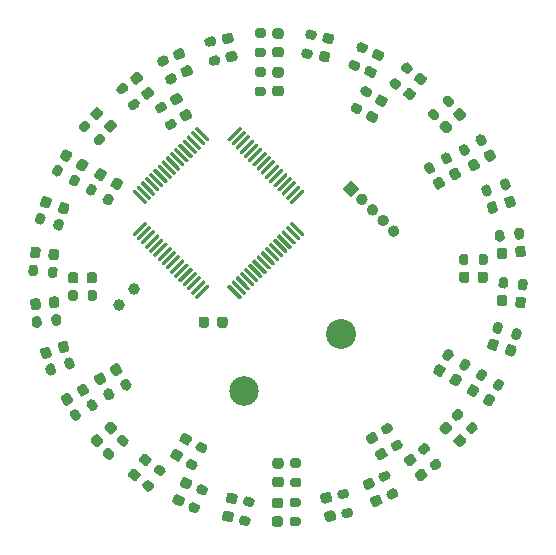
<source format=gbr>
%TF.GenerationSoftware,KiCad,Pcbnew,5.1.8-1.fc33*%
%TF.CreationDate,2020-12-06T10:48:02+01:00*%
%TF.ProjectId,lightring,6c696768-7472-4696-9e67-2e6b69636164,rev?*%
%TF.SameCoordinates,Original*%
%TF.FileFunction,Soldermask,Top*%
%TF.FilePolarity,Negative*%
%FSLAX46Y46*%
G04 Gerber Fmt 4.6, Leading zero omitted, Abs format (unit mm)*
G04 Created by KiCad (PCBNEW 5.1.8-1.fc33) date 2020-12-06 10:48:02*
%MOMM*%
%LPD*%
G01*
G04 APERTURE LIST*
%ADD10C,2.500000*%
%ADD11C,2.540000*%
%ADD12C,1.000000*%
%ADD13C,0.100000*%
G04 APERTURE END LIST*
D10*
%TO.C,BT1*%
X167100000Y-89600000D03*
D11*
X175353222Y-84835000D03*
%TD*%
%TO.C,D1*%
G36*
G01*
X169743750Y-60500000D02*
X170256250Y-60500000D01*
G75*
G02*
X170475000Y-60718750I0J-218750D01*
G01*
X170475000Y-61156250D01*
G75*
G02*
X170256250Y-61375000I-218750J0D01*
G01*
X169743750Y-61375000D01*
G75*
G02*
X169525000Y-61156250I0J218750D01*
G01*
X169525000Y-60718750D01*
G75*
G02*
X169743750Y-60500000I218750J0D01*
G01*
G37*
G36*
G01*
X169743750Y-58925000D02*
X170256250Y-58925000D01*
G75*
G02*
X170475000Y-59143750I0J-218750D01*
G01*
X170475000Y-59581250D01*
G75*
G02*
X170256250Y-59800000I-218750J0D01*
G01*
X169743750Y-59800000D01*
G75*
G02*
X169525000Y-59581250I0J218750D01*
G01*
X169525000Y-59143750D01*
G75*
G02*
X169743750Y-58925000I218750J0D01*
G01*
G37*
%TD*%
%TO.C,D2*%
G36*
G01*
X174104041Y-59298492D02*
X174605342Y-59405047D01*
G75*
G02*
X174773831Y-59664498I-45481J-213970D01*
G01*
X174682870Y-60092437D01*
G75*
G02*
X174423419Y-60260926I-213970J45481D01*
G01*
X173922118Y-60154371D01*
G75*
G02*
X173753629Y-59894920I45481J213970D01*
G01*
X173844590Y-59466981D01*
G75*
G02*
X174104041Y-59298492I213970J-45481D01*
G01*
G37*
G36*
G01*
X173776581Y-60839074D02*
X174277882Y-60945629D01*
G75*
G02*
X174446371Y-61205080I-45481J-213970D01*
G01*
X174355410Y-61633019D01*
G75*
G02*
X174095959Y-61801508I-213970J45481D01*
G01*
X173594658Y-61694953D01*
G75*
G02*
X173426169Y-61435502I45481J213970D01*
G01*
X173517130Y-61007563D01*
G75*
G02*
X173776581Y-60839074I213970J-45481D01*
G01*
G37*
%TD*%
%TO.C,D3*%
G36*
G01*
X177773547Y-62115515D02*
X178241739Y-62323967D01*
G75*
G02*
X178352603Y-62612779I-88974J-199838D01*
G01*
X178174655Y-63012455D01*
G75*
G02*
X177885843Y-63123319I-199838J88974D01*
G01*
X177417651Y-62914867D01*
G75*
G02*
X177306787Y-62626055I88974J199838D01*
G01*
X177484735Y-62226379D01*
G75*
G02*
X177773547Y-62115515I199838J-88974D01*
G01*
G37*
G36*
G01*
X178414157Y-60676681D02*
X178882349Y-60885133D01*
G75*
G02*
X178993213Y-61173945I-88974J-199838D01*
G01*
X178815265Y-61573621D01*
G75*
G02*
X178526453Y-61684485I-199838J88974D01*
G01*
X178058261Y-61476033D01*
G75*
G02*
X177947397Y-61187221I88974J199838D01*
G01*
X178125345Y-60787545D01*
G75*
G02*
X178414157Y-60676681I199838J-88974D01*
G01*
G37*
%TD*%
%TO.C,D4*%
G36*
G01*
X182112726Y-62708335D02*
X182527348Y-63009575D01*
G75*
G02*
X182575742Y-63315125I-128578J-176972D01*
G01*
X182318586Y-63669069D01*
G75*
G02*
X182013036Y-63717463I-176972J128578D01*
G01*
X181598414Y-63416223D01*
G75*
G02*
X181550020Y-63110673I128578J176972D01*
G01*
X181807176Y-62756729D01*
G75*
G02*
X182112726Y-62708335I176972J-128578D01*
G01*
G37*
G36*
G01*
X181186964Y-63982537D02*
X181601586Y-64283777D01*
G75*
G02*
X181649980Y-64589327I-128578J-176972D01*
G01*
X181392824Y-64943271D01*
G75*
G02*
X181087274Y-64991665I-176972J128578D01*
G01*
X180672652Y-64690425D01*
G75*
G02*
X180624258Y-64384875I128578J176972D01*
G01*
X180881414Y-64030931D01*
G75*
G02*
X181186964Y-63982537I176972J-128578D01*
G01*
G37*
%TD*%
%TO.C,D5*%
G36*
G01*
X184368434Y-66793765D02*
X184711364Y-67174627D01*
G75*
G02*
X184695173Y-67483562I-162563J-146372D01*
G01*
X184370047Y-67776306D01*
G75*
G02*
X184061112Y-67760115I-146372J162563D01*
G01*
X183718182Y-67379253D01*
G75*
G02*
X183734373Y-67070318I162563J146372D01*
G01*
X184059499Y-66777574D01*
G75*
G02*
X184368434Y-66793765I146372J-162563D01*
G01*
G37*
G36*
G01*
X185538888Y-65739885D02*
X185881818Y-66120747D01*
G75*
G02*
X185865627Y-66429682I-162563J-146372D01*
G01*
X185540501Y-66722426D01*
G75*
G02*
X185231566Y-66706235I-146372J162563D01*
G01*
X184888636Y-66325373D01*
G75*
G02*
X184904827Y-66016438I162563J146372D01*
G01*
X185229953Y-65723694D01*
G75*
G02*
X185538888Y-65739885I146372J-162563D01*
G01*
G37*
%TD*%
%TO.C,D6*%
G36*
G01*
X188182756Y-69265581D02*
X188439006Y-69709419D01*
G75*
G02*
X188358938Y-70008237I-189443J-109375D01*
G01*
X187980052Y-70226987D01*
G75*
G02*
X187681234Y-70146919I-109375J189443D01*
G01*
X187424984Y-69703081D01*
G75*
G02*
X187505052Y-69404263I189443J109375D01*
G01*
X187883938Y-69185513D01*
G75*
G02*
X188182756Y-69265581I109375J-189443D01*
G01*
G37*
G36*
G01*
X186818766Y-70053081D02*
X187075016Y-70496919D01*
G75*
G02*
X186994948Y-70795737I-189443J-109375D01*
G01*
X186616062Y-71014487D01*
G75*
G02*
X186317244Y-70934419I-109375J189443D01*
G01*
X186060994Y-70490581D01*
G75*
G02*
X186141062Y-70191763I189443J109375D01*
G01*
X186519948Y-69973013D01*
G75*
G02*
X186818766Y-70053081I109375J-189443D01*
G01*
G37*
%TD*%
%TO.C,D7*%
G36*
G01*
X188487945Y-73714448D02*
X188646316Y-74201865D01*
G75*
G02*
X188505869Y-74477506I-208044J-67597D01*
G01*
X188089782Y-74612701D01*
G75*
G02*
X187814141Y-74472254I-67597J208044D01*
G01*
X187655770Y-73984837D01*
G75*
G02*
X187796217Y-73709196I208044J67597D01*
G01*
X188212304Y-73574001D01*
G75*
G02*
X188487945Y-73714448I67597J-208044D01*
G01*
G37*
G36*
G01*
X189985859Y-73227746D02*
X190144230Y-73715163D01*
G75*
G02*
X190003783Y-73990804I-208044J-67597D01*
G01*
X189587696Y-74125999D01*
G75*
G02*
X189312055Y-73985552I-67597J208044D01*
G01*
X189153684Y-73498135D01*
G75*
G02*
X189294131Y-73222494I208044J67597D01*
G01*
X189710218Y-73087299D01*
G75*
G02*
X189985859Y-73227746I67597J-208044D01*
G01*
G37*
%TD*%
%TO.C,D8*%
G36*
G01*
X189375132Y-77681738D02*
X189428703Y-78191431D01*
G75*
G02*
X189234017Y-78431849I-217552J-22866D01*
G01*
X188798914Y-78477580D01*
G75*
G02*
X188558496Y-78282894I-22866J217552D01*
G01*
X188504925Y-77773201D01*
G75*
G02*
X188699611Y-77532783I217552J22866D01*
G01*
X189134714Y-77487052D01*
G75*
G02*
X189375132Y-77681738I22866J-217552D01*
G01*
G37*
G36*
G01*
X190941504Y-77517106D02*
X190995075Y-78026799D01*
G75*
G02*
X190800389Y-78267217I-217552J-22866D01*
G01*
X190365286Y-78312948D01*
G75*
G02*
X190124868Y-78118262I-22866J217552D01*
G01*
X190071297Y-77608569D01*
G75*
G02*
X190265983Y-77368151I217552J22866D01*
G01*
X190701086Y-77322420D01*
G75*
G02*
X190941504Y-77517106I22866J-217552D01*
G01*
G37*
%TD*%
%TO.C,D9*%
G36*
G01*
X190995075Y-81923201D02*
X190941504Y-82432894D01*
G75*
G02*
X190701086Y-82627580I-217552J22866D01*
G01*
X190265983Y-82581849D01*
G75*
G02*
X190071297Y-82341431I22866J217552D01*
G01*
X190124868Y-81831738D01*
G75*
G02*
X190365286Y-81637052I217552J-22866D01*
G01*
X190800389Y-81682783D01*
G75*
G02*
X190995075Y-81923201I-22866J-217552D01*
G01*
G37*
G36*
G01*
X189428703Y-81758569D02*
X189375132Y-82268262D01*
G75*
G02*
X189134714Y-82462948I-217552J22866D01*
G01*
X188699611Y-82417217D01*
G75*
G02*
X188504925Y-82176799I22866J217552D01*
G01*
X188558496Y-81667106D01*
G75*
G02*
X188798914Y-81472420I217552J-22866D01*
G01*
X189234017Y-81518151D01*
G75*
G02*
X189428703Y-81758569I-22866J-217552D01*
G01*
G37*
%TD*%
%TO.C,D10*%
G36*
G01*
X190194230Y-86084837D02*
X190035859Y-86572254D01*
G75*
G02*
X189760218Y-86712701I-208044J67597D01*
G01*
X189344131Y-86577506D01*
G75*
G02*
X189203684Y-86301865I67597J208044D01*
G01*
X189362055Y-85814448D01*
G75*
G02*
X189637696Y-85674001I208044J-67597D01*
G01*
X190053783Y-85809196D01*
G75*
G02*
X190194230Y-86084837I-67597J-208044D01*
G01*
G37*
G36*
G01*
X188696316Y-85598135D02*
X188537945Y-86085552D01*
G75*
G02*
X188262304Y-86225999I-208044J67597D01*
G01*
X187846217Y-86090804D01*
G75*
G02*
X187705770Y-85815163I67597J208044D01*
G01*
X187864141Y-85327746D01*
G75*
G02*
X188139782Y-85187299I208044J-67597D01*
G01*
X188555869Y-85322494D01*
G75*
G02*
X188696316Y-85598135I-67597J-208044D01*
G01*
G37*
%TD*%
%TO.C,D11*%
G36*
G01*
X188389006Y-90390581D02*
X188132756Y-90834419D01*
G75*
G02*
X187833938Y-90914487I-189443J109375D01*
G01*
X187455052Y-90695737D01*
G75*
G02*
X187374984Y-90396919I109375J189443D01*
G01*
X187631234Y-89953081D01*
G75*
G02*
X187930052Y-89873013I189443J-109375D01*
G01*
X188308938Y-90091763D01*
G75*
G02*
X188389006Y-90390581I-109375J-189443D01*
G01*
G37*
G36*
G01*
X187025016Y-89603081D02*
X186768766Y-90046919D01*
G75*
G02*
X186469948Y-90126987I-189443J109375D01*
G01*
X186091062Y-89908237D01*
G75*
G02*
X186010994Y-89609419I109375J189443D01*
G01*
X186267244Y-89165581D01*
G75*
G02*
X186566062Y-89085513I189443J-109375D01*
G01*
X186944948Y-89304263D01*
G75*
G02*
X187025016Y-89603081I-109375J-189443D01*
G01*
G37*
%TD*%
%TO.C,D12*%
G36*
G01*
X184711364Y-92875373D02*
X184368434Y-93256235D01*
G75*
G02*
X184059499Y-93272426I-162563J146372D01*
G01*
X183734373Y-92979682D01*
G75*
G02*
X183718182Y-92670747I146372J162563D01*
G01*
X184061112Y-92289885D01*
G75*
G02*
X184370047Y-92273694I162563J-146372D01*
G01*
X184695173Y-92566438D01*
G75*
G02*
X184711364Y-92875373I-146372J-162563D01*
G01*
G37*
G36*
G01*
X185881818Y-93929253D02*
X185538888Y-94310115D01*
G75*
G02*
X185229953Y-94326306I-162563J146372D01*
G01*
X184904827Y-94033562D01*
G75*
G02*
X184888636Y-93724627I146372J162563D01*
G01*
X185231566Y-93343765D01*
G75*
G02*
X185540501Y-93327574I162563J-146372D01*
G01*
X185865627Y-93620318D01*
G75*
G02*
X185881818Y-93929253I-146372J-162563D01*
G01*
G37*
%TD*%
%TO.C,D13*%
G36*
G01*
X181651586Y-95666223D02*
X181236964Y-95967463D01*
G75*
G02*
X180931414Y-95919069I-128578J176972D01*
G01*
X180674258Y-95565125D01*
G75*
G02*
X180722652Y-95259575I176972J128578D01*
G01*
X181137274Y-94958335D01*
G75*
G02*
X181442824Y-95006729I128578J-176972D01*
G01*
X181699980Y-95360673D01*
G75*
G02*
X181651586Y-95666223I-176972J-128578D01*
G01*
G37*
G36*
G01*
X182577348Y-96940425D02*
X182162726Y-97241665D01*
G75*
G02*
X181857176Y-97193271I-128578J176972D01*
G01*
X181600020Y-96839327D01*
G75*
G02*
X181648414Y-96533777I176972J128578D01*
G01*
X182063036Y-96232537D01*
G75*
G02*
X182368586Y-96280931I128578J-176972D01*
G01*
X182625742Y-96634875D01*
G75*
G02*
X182577348Y-96940425I-176972J-128578D01*
G01*
G37*
%TD*%
%TO.C,D14*%
G36*
G01*
X178732349Y-99214867D02*
X178264157Y-99423319D01*
G75*
G02*
X177975345Y-99312455I-88974J199838D01*
G01*
X177797397Y-98912779D01*
G75*
G02*
X177908261Y-98623967I199838J88974D01*
G01*
X178376453Y-98415515D01*
G75*
G02*
X178665265Y-98526379I88974J-199838D01*
G01*
X178843213Y-98926055D01*
G75*
G02*
X178732349Y-99214867I-199838J-88974D01*
G01*
G37*
G36*
G01*
X178091739Y-97776033D02*
X177623547Y-97984485D01*
G75*
G02*
X177334735Y-97873621I-88974J199838D01*
G01*
X177156787Y-97473945D01*
G75*
G02*
X177267651Y-97185133I199838J88974D01*
G01*
X177735843Y-96976681D01*
G75*
G02*
X178024655Y-97087545I88974J-199838D01*
G01*
X178202603Y-97487221D01*
G75*
G02*
X178091739Y-97776033I-199838J-88974D01*
G01*
G37*
%TD*%
%TO.C,D15*%
G36*
G01*
X174755342Y-100594953D02*
X174254041Y-100701508D01*
G75*
G02*
X173994590Y-100533019I-45481J213970D01*
G01*
X173903629Y-100105080D01*
G75*
G02*
X174072118Y-99845629I213970J45481D01*
G01*
X174573419Y-99739074D01*
G75*
G02*
X174832870Y-99907563I45481J-213970D01*
G01*
X174923831Y-100335502D01*
G75*
G02*
X174755342Y-100594953I-213970J-45481D01*
G01*
G37*
G36*
G01*
X174427882Y-99054371D02*
X173926581Y-99160926D01*
G75*
G02*
X173667130Y-98992437I-45481J213970D01*
G01*
X173576169Y-98564498D01*
G75*
G02*
X173744658Y-98305047I213970J45481D01*
G01*
X174245959Y-98198492D01*
G75*
G02*
X174505410Y-98366981I45481J-213970D01*
G01*
X174596371Y-98794920D01*
G75*
G02*
X174427882Y-99054371I-213970J-45481D01*
G01*
G37*
%TD*%
%TO.C,D16*%
G36*
G01*
X170206250Y-99550000D02*
X169693750Y-99550000D01*
G75*
G02*
X169475000Y-99331250I0J218750D01*
G01*
X169475000Y-98893750D01*
G75*
G02*
X169693750Y-98675000I218750J0D01*
G01*
X170206250Y-98675000D01*
G75*
G02*
X170425000Y-98893750I0J-218750D01*
G01*
X170425000Y-99331250D01*
G75*
G02*
X170206250Y-99550000I-218750J0D01*
G01*
G37*
G36*
G01*
X170206250Y-101125000D02*
X169693750Y-101125000D01*
G75*
G02*
X169475000Y-100906250I0J218750D01*
G01*
X169475000Y-100468750D01*
G75*
G02*
X169693750Y-100250000I218750J0D01*
G01*
X170206250Y-100250000D01*
G75*
G02*
X170425000Y-100468750I0J-218750D01*
G01*
X170425000Y-100906250D01*
G75*
G02*
X170206250Y-101125000I-218750J0D01*
G01*
G37*
%TD*%
%TO.C,D17*%
G36*
G01*
X166237149Y-99190635D02*
X165735848Y-99084080D01*
G75*
G02*
X165567359Y-98824629I45481J213970D01*
G01*
X165658320Y-98396690D01*
G75*
G02*
X165917771Y-98228201I213970J-45481D01*
G01*
X166419072Y-98334756D01*
G75*
G02*
X166587561Y-98594207I-45481J-213970D01*
G01*
X166496600Y-99022146D01*
G75*
G02*
X166237149Y-99190635I-213970J45481D01*
G01*
G37*
G36*
G01*
X165909689Y-100731217D02*
X165408388Y-100624662D01*
G75*
G02*
X165239899Y-100365211I45481J213970D01*
G01*
X165330860Y-99937272D01*
G75*
G02*
X165590311Y-99768783I213970J-45481D01*
G01*
X166091612Y-99875338D01*
G75*
G02*
X166260101Y-100134789I-45481J-213970D01*
G01*
X166169140Y-100562728D01*
G75*
G02*
X165909689Y-100731217I-213970J45481D01*
G01*
G37*
%TD*%
%TO.C,D18*%
G36*
G01*
X161635843Y-99373319D02*
X161167651Y-99164867D01*
G75*
G02*
X161056787Y-98876055I88974J199838D01*
G01*
X161234735Y-98476379D01*
G75*
G02*
X161523547Y-98365515I199838J-88974D01*
G01*
X161991739Y-98573967D01*
G75*
G02*
X162102603Y-98862779I-88974J-199838D01*
G01*
X161924655Y-99262455D01*
G75*
G02*
X161635843Y-99373319I-199838J88974D01*
G01*
G37*
G36*
G01*
X162276453Y-97934485D02*
X161808261Y-97726033D01*
G75*
G02*
X161697397Y-97437221I88974J199838D01*
G01*
X161875345Y-97037545D01*
G75*
G02*
X162164157Y-96926681I199838J-88974D01*
G01*
X162632349Y-97135133D01*
G75*
G02*
X162743213Y-97423945I-88974J-199838D01*
G01*
X162565265Y-97823621D01*
G75*
G02*
X162276453Y-97934485I-199838J88974D01*
G01*
G37*
%TD*%
%TO.C,D19*%
G36*
G01*
X158713036Y-95967463D02*
X158298414Y-95666223D01*
G75*
G02*
X158250020Y-95360673I128578J176972D01*
G01*
X158507176Y-95006729D01*
G75*
G02*
X158812726Y-94958335I176972J-128578D01*
G01*
X159227348Y-95259575D01*
G75*
G02*
X159275742Y-95565125I-128578J-176972D01*
G01*
X159018586Y-95919069D01*
G75*
G02*
X158713036Y-95967463I-176972J128578D01*
G01*
G37*
G36*
G01*
X157787274Y-97241665D02*
X157372652Y-96940425D01*
G75*
G02*
X157324258Y-96634875I128578J176972D01*
G01*
X157581414Y-96280931D01*
G75*
G02*
X157886964Y-96232537I176972J-128578D01*
G01*
X158301586Y-96533777D01*
G75*
G02*
X158349980Y-96839327I-128578J-176972D01*
G01*
X158092824Y-97193271D01*
G75*
G02*
X157787274Y-97241665I-176972J128578D01*
G01*
G37*
%TD*%
%TO.C,D20*%
G36*
G01*
X154511112Y-94310115D02*
X154168182Y-93929253D01*
G75*
G02*
X154184373Y-93620318I162563J146372D01*
G01*
X154509499Y-93327574D01*
G75*
G02*
X154818434Y-93343765I146372J-162563D01*
G01*
X155161364Y-93724627D01*
G75*
G02*
X155145173Y-94033562I-162563J-146372D01*
G01*
X154820047Y-94326306D01*
G75*
G02*
X154511112Y-94310115I-146372J162563D01*
G01*
G37*
G36*
G01*
X155681566Y-93256235D02*
X155338636Y-92875373D01*
G75*
G02*
X155354827Y-92566438I162563J146372D01*
G01*
X155679953Y-92273694D01*
G75*
G02*
X155988888Y-92289885I146372J-162563D01*
G01*
X156331818Y-92670747D01*
G75*
G02*
X156315627Y-92979682I-162563J-146372D01*
G01*
X155990501Y-93272426D01*
G75*
G02*
X155681566Y-93256235I-146372J162563D01*
G01*
G37*
%TD*%
%TO.C,D21*%
G36*
G01*
X153231234Y-89996919D02*
X152974984Y-89553081D01*
G75*
G02*
X153055052Y-89254263I189443J109375D01*
G01*
X153433938Y-89035513D01*
G75*
G02*
X153732756Y-89115581I109375J-189443D01*
G01*
X153989006Y-89559419D01*
G75*
G02*
X153908938Y-89858237I-189443J-109375D01*
G01*
X153530052Y-90076987D01*
G75*
G02*
X153231234Y-89996919I-109375J189443D01*
G01*
G37*
G36*
G01*
X151867244Y-90784419D02*
X151610994Y-90340581D01*
G75*
G02*
X151691062Y-90041763I189443J109375D01*
G01*
X152069948Y-89823013D01*
G75*
G02*
X152368766Y-89903081I109375J-189443D01*
G01*
X152625016Y-90346919D01*
G75*
G02*
X152544948Y-90645737I-189443J-109375D01*
G01*
X152166062Y-90864487D01*
G75*
G02*
X151867244Y-90784419I-109375J189443D01*
G01*
G37*
%TD*%
%TO.C,D22*%
G36*
G01*
X151512055Y-86285552D02*
X151353684Y-85798135D01*
G75*
G02*
X151494131Y-85522494I208044J67597D01*
G01*
X151910218Y-85387299D01*
G75*
G02*
X152185859Y-85527746I67597J-208044D01*
G01*
X152344230Y-86015163D01*
G75*
G02*
X152203783Y-86290804I-208044J-67597D01*
G01*
X151787696Y-86425999D01*
G75*
G02*
X151512055Y-86285552I-67597J208044D01*
G01*
G37*
G36*
G01*
X150014141Y-86772254D02*
X149855770Y-86284837D01*
G75*
G02*
X149996217Y-86009196I208044J67597D01*
G01*
X150412304Y-85874001D01*
G75*
G02*
X150687945Y-86014448I67597J-208044D01*
G01*
X150846316Y-86501865D01*
G75*
G02*
X150705869Y-86777506I-208044J-67597D01*
G01*
X150289782Y-86912701D01*
G75*
G02*
X150014141Y-86772254I-67597J208044D01*
G01*
G37*
%TD*%
%TO.C,D23*%
G36*
G01*
X149058496Y-82582894D02*
X149004925Y-82073201D01*
G75*
G02*
X149199611Y-81832783I217552J22866D01*
G01*
X149634714Y-81787052D01*
G75*
G02*
X149875132Y-81981738I22866J-217552D01*
G01*
X149928703Y-82491431D01*
G75*
G02*
X149734017Y-82731849I-217552J-22866D01*
G01*
X149298914Y-82777580D01*
G75*
G02*
X149058496Y-82582894I-22866J217552D01*
G01*
G37*
G36*
G01*
X150624868Y-82418262D02*
X150571297Y-81908569D01*
G75*
G02*
X150765983Y-81668151I217552J22866D01*
G01*
X151201086Y-81622420D01*
G75*
G02*
X151441504Y-81817106I22866J-217552D01*
G01*
X151495075Y-82326799D01*
G75*
G02*
X151300389Y-82567217I-217552J-22866D01*
G01*
X150865286Y-82612948D01*
G75*
G02*
X150624868Y-82418262I-22866J217552D01*
G01*
G37*
%TD*%
%TO.C,D24*%
G36*
G01*
X150558797Y-78291431D02*
X150612368Y-77781738D01*
G75*
G02*
X150852786Y-77587052I217552J-22866D01*
G01*
X151287889Y-77632783D01*
G75*
G02*
X151482575Y-77873201I-22866J-217552D01*
G01*
X151429004Y-78382894D01*
G75*
G02*
X151188586Y-78577580I-217552J22866D01*
G01*
X150753483Y-78531849D01*
G75*
G02*
X150558797Y-78291431I22866J217552D01*
G01*
G37*
G36*
G01*
X148992425Y-78126799D02*
X149045996Y-77617106D01*
G75*
G02*
X149286414Y-77422420I217552J-22866D01*
G01*
X149721517Y-77468151D01*
G75*
G02*
X149916203Y-77708569I-22866J-217552D01*
G01*
X149862632Y-78218262D01*
G75*
G02*
X149622214Y-78412948I-217552J22866D01*
G01*
X149187111Y-78367217D01*
G75*
G02*
X148992425Y-78126799I22866J217552D01*
G01*
G37*
%TD*%
%TO.C,D25*%
G36*
G01*
X149855770Y-73765163D02*
X150014141Y-73277746D01*
G75*
G02*
X150289782Y-73137299I208044J-67597D01*
G01*
X150705869Y-73272494D01*
G75*
G02*
X150846316Y-73548135I-67597J-208044D01*
G01*
X150687945Y-74035552D01*
G75*
G02*
X150412304Y-74175999I-208044J67597D01*
G01*
X149996217Y-74040804D01*
G75*
G02*
X149855770Y-73765163I67597J208044D01*
G01*
G37*
G36*
G01*
X151353684Y-74251865D02*
X151512055Y-73764448D01*
G75*
G02*
X151787696Y-73624001I208044J-67597D01*
G01*
X152203783Y-73759196D01*
G75*
G02*
X152344230Y-74034837I-67597J-208044D01*
G01*
X152185859Y-74522254D01*
G75*
G02*
X151910218Y-74662701I-208044J67597D01*
G01*
X151494131Y-74527506D01*
G75*
G02*
X151353684Y-74251865I67597J208044D01*
G01*
G37*
%TD*%
%TO.C,D26*%
G36*
G01*
X152924984Y-70496919D02*
X153181234Y-70053081D01*
G75*
G02*
X153480052Y-69973013I189443J-109375D01*
G01*
X153858938Y-70191763D01*
G75*
G02*
X153939006Y-70490581I-109375J-189443D01*
G01*
X153682756Y-70934419D01*
G75*
G02*
X153383938Y-71014487I-189443J109375D01*
G01*
X153005052Y-70795737D01*
G75*
G02*
X152924984Y-70496919I109375J189443D01*
G01*
G37*
G36*
G01*
X151560994Y-69709419D02*
X151817244Y-69265581D01*
G75*
G02*
X152116062Y-69185513I189443J-109375D01*
G01*
X152494948Y-69404263D01*
G75*
G02*
X152575016Y-69703081I-109375J-189443D01*
G01*
X152318766Y-70146919D01*
G75*
G02*
X152019948Y-70226987I-189443J109375D01*
G01*
X151641062Y-70008237D01*
G75*
G02*
X151560994Y-69709419I109375J189443D01*
G01*
G37*
%TD*%
%TO.C,D27*%
G36*
G01*
X154153409Y-66047687D02*
X154496339Y-65666825D01*
G75*
G02*
X154805274Y-65650634I162563J-146372D01*
G01*
X155130400Y-65943378D01*
G75*
G02*
X155146591Y-66252313I-146372J-162563D01*
G01*
X154803661Y-66633175D01*
G75*
G02*
X154494726Y-66649366I-162563J146372D01*
G01*
X154169600Y-66356622D01*
G75*
G02*
X154153409Y-66047687I146372J162563D01*
G01*
G37*
G36*
G01*
X155323863Y-67101567D02*
X155666793Y-66720705D01*
G75*
G02*
X155975728Y-66704514I162563J-146372D01*
G01*
X156300854Y-66997258D01*
G75*
G02*
X156317045Y-67306193I-146372J-162563D01*
G01*
X155974115Y-67687055D01*
G75*
G02*
X155665180Y-67703246I-162563J146372D01*
G01*
X155340054Y-67410502D01*
G75*
G02*
X155323863Y-67101567I146372J162563D01*
G01*
G37*
%TD*%
%TO.C,D28*%
G36*
G01*
X158498414Y-64233777D02*
X158913036Y-63932537D01*
G75*
G02*
X159218586Y-63980931I128578J-176972D01*
G01*
X159475742Y-64334875D01*
G75*
G02*
X159427348Y-64640425I-176972J-128578D01*
G01*
X159012726Y-64941665D01*
G75*
G02*
X158707176Y-64893271I-128578J176972D01*
G01*
X158450020Y-64539327D01*
G75*
G02*
X158498414Y-64233777I176972J128578D01*
G01*
G37*
G36*
G01*
X157572652Y-62959575D02*
X157987274Y-62658335D01*
G75*
G02*
X158292824Y-62706729I128578J-176972D01*
G01*
X158549980Y-63060673D01*
G75*
G02*
X158501586Y-63366223I-176972J-128578D01*
G01*
X158086964Y-63667463D01*
G75*
G02*
X157781414Y-63619069I-128578J176972D01*
G01*
X157524258Y-63265125D01*
G75*
G02*
X157572652Y-62959575I176972J128578D01*
G01*
G37*
%TD*%
%TO.C,D29*%
G36*
G01*
X161217651Y-60835133D02*
X161685843Y-60626681D01*
G75*
G02*
X161974655Y-60737545I88974J-199838D01*
G01*
X162152603Y-61137221D01*
G75*
G02*
X162041739Y-61426033I-199838J-88974D01*
G01*
X161573547Y-61634485D01*
G75*
G02*
X161284735Y-61523621I-88974J199838D01*
G01*
X161106787Y-61123945D01*
G75*
G02*
X161217651Y-60835133I199838J88974D01*
G01*
G37*
G36*
G01*
X161858261Y-62273967D02*
X162326453Y-62065515D01*
G75*
G02*
X162615265Y-62176379I88974J-199838D01*
G01*
X162793213Y-62576055D01*
G75*
G02*
X162682349Y-62864867I-199838J-88974D01*
G01*
X162214157Y-63073319D01*
G75*
G02*
X161925345Y-62962455I-88974J199838D01*
G01*
X161747397Y-62562779D01*
G75*
G02*
X161858261Y-62273967I199838J88974D01*
G01*
G37*
%TD*%
%TO.C,D30*%
G36*
G01*
X165394658Y-59405047D02*
X165895959Y-59298492D01*
G75*
G02*
X166155410Y-59466981I45481J-213970D01*
G01*
X166246371Y-59894920D01*
G75*
G02*
X166077882Y-60154371I-213970J-45481D01*
G01*
X165576581Y-60260926D01*
G75*
G02*
X165317130Y-60092437I-45481J213970D01*
G01*
X165226169Y-59664498D01*
G75*
G02*
X165394658Y-59405047I213970J45481D01*
G01*
G37*
G36*
G01*
X165722118Y-60945629D02*
X166223419Y-60839074D01*
G75*
G02*
X166482870Y-61007563I45481J-213970D01*
G01*
X166573831Y-61435502D01*
G75*
G02*
X166405342Y-61694953I-213970J-45481D01*
G01*
X165904041Y-61801508D01*
G75*
G02*
X165644590Y-61633019I-45481J213970D01*
G01*
X165553629Y-61205080D01*
G75*
G02*
X165722118Y-60945629I213970J45481D01*
G01*
G37*
%TD*%
%TO.C,D31*%
G36*
G01*
X169743750Y-62212500D02*
X170256250Y-62212500D01*
G75*
G02*
X170475000Y-62431250I0J-218750D01*
G01*
X170475000Y-62868750D01*
G75*
G02*
X170256250Y-63087500I-218750J0D01*
G01*
X169743750Y-63087500D01*
G75*
G02*
X169525000Y-62868750I0J218750D01*
G01*
X169525000Y-62431250D01*
G75*
G02*
X169743750Y-62212500I218750J0D01*
G01*
G37*
G36*
G01*
X169743750Y-63787500D02*
X170256250Y-63787500D01*
G75*
G02*
X170475000Y-64006250I0J-218750D01*
G01*
X170475000Y-64443750D01*
G75*
G02*
X170256250Y-64662500I-218750J0D01*
G01*
X169743750Y-64662500D01*
G75*
G02*
X169525000Y-64443750I0J218750D01*
G01*
X169525000Y-64006250D01*
G75*
G02*
X169743750Y-63787500I218750J0D01*
G01*
G37*
%TD*%
%TO.C,D32*%
G36*
G01*
X178746831Y-64542989D02*
X179190669Y-64799239D01*
G75*
G02*
X179270737Y-65098057I-109375J-189443D01*
G01*
X179051987Y-65476943D01*
G75*
G02*
X178753169Y-65557011I-189443J109375D01*
G01*
X178309331Y-65300761D01*
G75*
G02*
X178229263Y-65001943I109375J189443D01*
G01*
X178448013Y-64623057D01*
G75*
G02*
X178746831Y-64542989I189443J-109375D01*
G01*
G37*
G36*
G01*
X177959331Y-65906979D02*
X178403169Y-66163229D01*
G75*
G02*
X178483237Y-66462047I-109375J-189443D01*
G01*
X178264487Y-66840933D01*
G75*
G02*
X177965669Y-66921001I-189443J109375D01*
G01*
X177521831Y-66664751D01*
G75*
G02*
X177441763Y-66365933I109375J189443D01*
G01*
X177660513Y-65987047D01*
G75*
G02*
X177959331Y-65906979I189443J-109375D01*
G01*
G37*
%TD*%
%TO.C,D33*%
G36*
G01*
X183868766Y-71603081D02*
X184125016Y-72046919D01*
G75*
G02*
X184044948Y-72345737I-189443J-109375D01*
G01*
X183666062Y-72564487D01*
G75*
G02*
X183367244Y-72484419I-109375J189443D01*
G01*
X183110994Y-72040581D01*
G75*
G02*
X183191062Y-71741763I189443J109375D01*
G01*
X183569948Y-71523013D01*
G75*
G02*
X183868766Y-71603081I109375J-189443D01*
G01*
G37*
G36*
G01*
X185232756Y-70815581D02*
X185489006Y-71259419D01*
G75*
G02*
X185408938Y-71558237I-189443J-109375D01*
G01*
X185030052Y-71776987D01*
G75*
G02*
X184731234Y-71696919I-109375J189443D01*
G01*
X184474984Y-71253081D01*
G75*
G02*
X184555052Y-70954263I189443J109375D01*
G01*
X184933938Y-70735513D01*
G75*
G02*
X185232756Y-70815581I109375J-189443D01*
G01*
G37*
%TD*%
%TO.C,D34*%
G36*
G01*
X186200000Y-79743750D02*
X186200000Y-80256250D01*
G75*
G02*
X185981250Y-80475000I-218750J0D01*
G01*
X185543750Y-80475000D01*
G75*
G02*
X185325000Y-80256250I0J218750D01*
G01*
X185325000Y-79743750D01*
G75*
G02*
X185543750Y-79525000I218750J0D01*
G01*
X185981250Y-79525000D01*
G75*
G02*
X186200000Y-79743750I0J-218750D01*
G01*
G37*
G36*
G01*
X187775000Y-79743750D02*
X187775000Y-80256250D01*
G75*
G02*
X187556250Y-80475000I-218750J0D01*
G01*
X187118750Y-80475000D01*
G75*
G02*
X186900000Y-80256250I0J218750D01*
G01*
X186900000Y-79743750D01*
G75*
G02*
X187118750Y-79525000I218750J0D01*
G01*
X187556250Y-79525000D01*
G75*
G02*
X187775000Y-79743750I0J-218750D01*
G01*
G37*
%TD*%
%TO.C,D35*%
G36*
G01*
X185539006Y-88690581D02*
X185282756Y-89134419D01*
G75*
G02*
X184983938Y-89214487I-189443J109375D01*
G01*
X184605052Y-88995737D01*
G75*
G02*
X184524984Y-88696919I109375J189443D01*
G01*
X184781234Y-88253081D01*
G75*
G02*
X185080052Y-88173013I189443J-109375D01*
G01*
X185458938Y-88391763D01*
G75*
G02*
X185539006Y-88690581I-109375J-189443D01*
G01*
G37*
G36*
G01*
X184175016Y-87903081D02*
X183918766Y-88346919D01*
G75*
G02*
X183619948Y-88426987I-189443J109375D01*
G01*
X183241062Y-88208237D01*
G75*
G02*
X183160994Y-87909419I109375J189443D01*
G01*
X183417244Y-87465581D01*
G75*
G02*
X183716062Y-87385513I189443J-109375D01*
G01*
X184094948Y-87604263D01*
G75*
G02*
X184175016Y-87903081I-109375J-189443D01*
G01*
G37*
%TD*%
%TO.C,D36*%
G36*
G01*
X178396919Y-93868766D02*
X177953081Y-94125016D01*
G75*
G02*
X177654263Y-94044948I-109375J189443D01*
G01*
X177435513Y-93666062D01*
G75*
G02*
X177515581Y-93367244I189443J109375D01*
G01*
X177959419Y-93110994D01*
G75*
G02*
X178258237Y-93191062I109375J-189443D01*
G01*
X178476987Y-93569948D01*
G75*
G02*
X178396919Y-93868766I-189443J-109375D01*
G01*
G37*
G36*
G01*
X179184419Y-95232756D02*
X178740581Y-95489006D01*
G75*
G02*
X178441763Y-95408938I-109375J189443D01*
G01*
X178223013Y-95030052D01*
G75*
G02*
X178303081Y-94731234I189443J109375D01*
G01*
X178746919Y-94474984D01*
G75*
G02*
X179045737Y-94555052I109375J-189443D01*
G01*
X179264487Y-94933938D01*
G75*
G02*
X179184419Y-95232756I-189443J-109375D01*
G01*
G37*
%TD*%
%TO.C,D37*%
G36*
G01*
X170256250Y-97775000D02*
X169743750Y-97775000D01*
G75*
G02*
X169525000Y-97556250I0J218750D01*
G01*
X169525000Y-97118750D01*
G75*
G02*
X169743750Y-96900000I218750J0D01*
G01*
X170256250Y-96900000D01*
G75*
G02*
X170475000Y-97118750I0J-218750D01*
G01*
X170475000Y-97556250D01*
G75*
G02*
X170256250Y-97775000I-218750J0D01*
G01*
G37*
G36*
G01*
X170256250Y-96200000D02*
X169743750Y-96200000D01*
G75*
G02*
X169525000Y-95981250I0J218750D01*
G01*
X169525000Y-95543750D01*
G75*
G02*
X169743750Y-95325000I218750J0D01*
G01*
X170256250Y-95325000D01*
G75*
G02*
X170475000Y-95543750I0J-218750D01*
G01*
X170475000Y-95981250D01*
G75*
G02*
X170256250Y-96200000I-218750J0D01*
G01*
G37*
%TD*%
%TO.C,D38*%
G36*
G01*
X162196919Y-94225016D02*
X161753081Y-93968766D01*
G75*
G02*
X161673013Y-93669948I109375J189443D01*
G01*
X161891763Y-93291062D01*
G75*
G02*
X162190581Y-93210994I189443J-109375D01*
G01*
X162634419Y-93467244D01*
G75*
G02*
X162714487Y-93766062I-109375J-189443D01*
G01*
X162495737Y-94144948D01*
G75*
G02*
X162196919Y-94225016I-189443J109375D01*
G01*
G37*
G36*
G01*
X161409419Y-95589006D02*
X160965581Y-95332756D01*
G75*
G02*
X160885513Y-95033938I109375J189443D01*
G01*
X161104263Y-94655052D01*
G75*
G02*
X161403081Y-94574984I189443J-109375D01*
G01*
X161846919Y-94831234D01*
G75*
G02*
X161926987Y-95130052I-109375J-189443D01*
G01*
X161708237Y-95508938D01*
G75*
G02*
X161409419Y-95589006I-189443J109375D01*
G01*
G37*
%TD*%
%TO.C,D39*%
G36*
G01*
X154699239Y-89040669D02*
X154442989Y-88596831D01*
G75*
G02*
X154523057Y-88298013I189443J109375D01*
G01*
X154901943Y-88079263D01*
G75*
G02*
X155200761Y-88159331I109375J-189443D01*
G01*
X155457011Y-88603169D01*
G75*
G02*
X155376943Y-88901987I-189443J-109375D01*
G01*
X154998057Y-89120737D01*
G75*
G02*
X154699239Y-89040669I-109375J189443D01*
G01*
G37*
G36*
G01*
X156063229Y-88253169D02*
X155806979Y-87809331D01*
G75*
G02*
X155887047Y-87510513I189443J109375D01*
G01*
X156265933Y-87291763D01*
G75*
G02*
X156564751Y-87371831I109375J-189443D01*
G01*
X156821001Y-87815669D01*
G75*
G02*
X156740933Y-88114487I-189443J-109375D01*
G01*
X156362047Y-88333237D01*
G75*
G02*
X156063229Y-88253169I-109375J189443D01*
G01*
G37*
%TD*%
%TO.C,D40*%
G36*
G01*
X153800000Y-80306250D02*
X153800000Y-79793750D01*
G75*
G02*
X154018750Y-79575000I218750J0D01*
G01*
X154456250Y-79575000D01*
G75*
G02*
X154675000Y-79793750I0J-218750D01*
G01*
X154675000Y-80306250D01*
G75*
G02*
X154456250Y-80525000I-218750J0D01*
G01*
X154018750Y-80525000D01*
G75*
G02*
X153800000Y-80306250I0J218750D01*
G01*
G37*
G36*
G01*
X152225000Y-80306250D02*
X152225000Y-79793750D01*
G75*
G02*
X152443750Y-79575000I218750J0D01*
G01*
X152881250Y-79575000D01*
G75*
G02*
X153100000Y-79793750I0J-218750D01*
G01*
X153100000Y-80306250D01*
G75*
G02*
X152881250Y-80525000I-218750J0D01*
G01*
X152443750Y-80525000D01*
G75*
G02*
X152225000Y-80306250I0J218750D01*
G01*
G37*
%TD*%
%TO.C,D41*%
G36*
G01*
X154460994Y-71309419D02*
X154717244Y-70865581D01*
G75*
G02*
X155016062Y-70785513I189443J-109375D01*
G01*
X155394948Y-71004263D01*
G75*
G02*
X155475016Y-71303081I-109375J-189443D01*
G01*
X155218766Y-71746919D01*
G75*
G02*
X154919948Y-71826987I-189443J109375D01*
G01*
X154541062Y-71608237D01*
G75*
G02*
X154460994Y-71309419I109375J189443D01*
G01*
G37*
G36*
G01*
X155824984Y-72096919D02*
X156081234Y-71653081D01*
G75*
G02*
X156380052Y-71573013I189443J-109375D01*
G01*
X156758938Y-71791763D01*
G75*
G02*
X156839006Y-72090581I-109375J-189443D01*
G01*
X156582756Y-72534419D01*
G75*
G02*
X156283938Y-72614487I-189443J109375D01*
G01*
X155905052Y-72395737D01*
G75*
G02*
X155824984Y-72096919I109375J189443D01*
G01*
G37*
%TD*%
%TO.C,D42*%
G36*
G01*
X161753081Y-66031234D02*
X162196919Y-65774984D01*
G75*
G02*
X162495737Y-65855052I109375J-189443D01*
G01*
X162714487Y-66233938D01*
G75*
G02*
X162634419Y-66532756I-189443J-109375D01*
G01*
X162190581Y-66789006D01*
G75*
G02*
X161891763Y-66708938I-109375J189443D01*
G01*
X161673013Y-66330052D01*
G75*
G02*
X161753081Y-66031234I189443J109375D01*
G01*
G37*
G36*
G01*
X160965581Y-64667244D02*
X161409419Y-64410994D01*
G75*
G02*
X161708237Y-64491062I109375J-189443D01*
G01*
X161926987Y-64869948D01*
G75*
G02*
X161846919Y-65168766I-189443J-109375D01*
G01*
X161403081Y-65425016D01*
G75*
G02*
X161104263Y-65344948I-109375J189443D01*
G01*
X160885513Y-64966062D01*
G75*
G02*
X160965581Y-64667244I189443J109375D01*
G01*
G37*
%TD*%
%TO.C,R1*%
G36*
G01*
X168225000Y-58925000D02*
X168775000Y-58925000D01*
G75*
G02*
X168975000Y-59125000I0J-200000D01*
G01*
X168975000Y-59525000D01*
G75*
G02*
X168775000Y-59725000I-200000J0D01*
G01*
X168225000Y-59725000D01*
G75*
G02*
X168025000Y-59525000I0J200000D01*
G01*
X168025000Y-59125000D01*
G75*
G02*
X168225000Y-58925000I200000J0D01*
G01*
G37*
G36*
G01*
X168225000Y-60575000D02*
X168775000Y-60575000D01*
G75*
G02*
X168975000Y-60775000I0J-200000D01*
G01*
X168975000Y-61175000D01*
G75*
G02*
X168775000Y-61375000I-200000J0D01*
G01*
X168225000Y-61375000D01*
G75*
G02*
X168025000Y-61175000I0J200000D01*
G01*
X168025000Y-60775000D01*
G75*
G02*
X168225000Y-60575000I200000J0D01*
G01*
G37*
%TD*%
%TO.C,R2*%
G36*
G01*
X172271120Y-60615509D02*
X172809101Y-60729860D01*
G75*
G02*
X172963149Y-60967072I-41582J-195630D01*
G01*
X172879984Y-61358331D01*
G75*
G02*
X172642772Y-61512379I-195630J41582D01*
G01*
X172104791Y-61398028D01*
G75*
G02*
X171950743Y-61160816I41582J195630D01*
G01*
X172033908Y-60769557D01*
G75*
G02*
X172271120Y-60615509I195630J-41582D01*
G01*
G37*
G36*
G01*
X172614174Y-59001565D02*
X173152155Y-59115916D01*
G75*
G02*
X173306203Y-59353128I-41582J-195630D01*
G01*
X173223038Y-59744387D01*
G75*
G02*
X172985826Y-59898435I-195630J41582D01*
G01*
X172447845Y-59784084D01*
G75*
G02*
X172293797Y-59546872I41582J195630D01*
G01*
X172376962Y-59155613D01*
G75*
G02*
X172614174Y-59001565I195630J-41582D01*
G01*
G37*
%TD*%
%TO.C,R3*%
G36*
G01*
X176375911Y-61576404D02*
X176878361Y-61800109D01*
G75*
G02*
X176979723Y-62064165I-81347J-182709D01*
G01*
X176817029Y-62429584D01*
G75*
G02*
X176552973Y-62530946I-182709J81347D01*
G01*
X176050523Y-62307241D01*
G75*
G02*
X175949161Y-62043185I81347J182709D01*
G01*
X176111855Y-61677766D01*
G75*
G02*
X176375911Y-61576404I182709J-81347D01*
G01*
G37*
G36*
G01*
X177047027Y-60069054D02*
X177549477Y-60292759D01*
G75*
G02*
X177650839Y-60556815I-81347J-182709D01*
G01*
X177488145Y-60922234D01*
G75*
G02*
X177224089Y-61023596I-182709J81347D01*
G01*
X176721639Y-60799891D01*
G75*
G02*
X176620277Y-60535835I81347J182709D01*
G01*
X176782971Y-60170416D01*
G75*
G02*
X177047027Y-60069054I182709J-81347D01*
G01*
G37*
%TD*%
%TO.C,R4*%
G36*
G01*
X180912634Y-61814753D02*
X181357594Y-62138035D01*
G75*
G02*
X181401840Y-62417395I-117557J-161803D01*
G01*
X181166726Y-62741001D01*
G75*
G02*
X180887366Y-62785247I-161803J117557D01*
G01*
X180442406Y-62461965D01*
G75*
G02*
X180398160Y-62182605I117557J161803D01*
G01*
X180633274Y-61858999D01*
G75*
G02*
X180912634Y-61814753I161803J-117557D01*
G01*
G37*
G36*
G01*
X179942788Y-63149631D02*
X180387748Y-63472913D01*
G75*
G02*
X180431994Y-63752273I-117557J-161803D01*
G01*
X180196880Y-64075879D01*
G75*
G02*
X179917520Y-64120125I-161803J117557D01*
G01*
X179472560Y-63796843D01*
G75*
G02*
X179428314Y-63517483I117557J161803D01*
G01*
X179663428Y-63193877D01*
G75*
G02*
X179942788Y-63149631I161803J-117557D01*
G01*
G37*
%TD*%
%TO.C,R5*%
G36*
G01*
X183300153Y-65730016D02*
X183668175Y-66138746D01*
G75*
G02*
X183653372Y-66421201I-148629J-133826D01*
G01*
X183356114Y-66688853D01*
G75*
G02*
X183073659Y-66674050I-133826J148629D01*
G01*
X182705637Y-66265320D01*
G75*
G02*
X182720440Y-65982865I148629J133826D01*
G01*
X183017698Y-65715213D01*
G75*
G02*
X183300153Y-65730016I133826J-148629D01*
G01*
G37*
G36*
G01*
X184526341Y-64625950D02*
X184894363Y-65034680D01*
G75*
G02*
X184879560Y-65317135I-148629J-133826D01*
G01*
X184582302Y-65584787D01*
G75*
G02*
X184299847Y-65569984I-133826J148629D01*
G01*
X183931825Y-65161254D01*
G75*
G02*
X183946628Y-64878799I148629J133826D01*
G01*
X184243886Y-64611147D01*
G75*
G02*
X184526341Y-64625950I133826J-148629D01*
G01*
G37*
%TD*%
%TO.C,R6*%
G36*
G01*
X187408910Y-67961843D02*
X187683910Y-68438157D01*
G75*
G02*
X187610705Y-68711362I-173205J-100000D01*
G01*
X187264295Y-68911362D01*
G75*
G02*
X186991090Y-68838157I-100000J173205D01*
G01*
X186716090Y-68361843D01*
G75*
G02*
X186789295Y-68088638I173205J100000D01*
G01*
X187135705Y-67888638D01*
G75*
G02*
X187408910Y-67961843I100000J-173205D01*
G01*
G37*
G36*
G01*
X185979968Y-68786843D02*
X186254968Y-69263157D01*
G75*
G02*
X186181763Y-69536362I-173205J-100000D01*
G01*
X185835353Y-69736362D01*
G75*
G02*
X185562148Y-69663157I-100000J173205D01*
G01*
X185287148Y-69186843D01*
G75*
G02*
X185360353Y-68913638I173205J100000D01*
G01*
X185706763Y-68713638D01*
G75*
G02*
X185979968Y-68786843I100000J-173205D01*
G01*
G37*
%TD*%
%TO.C,R7*%
G36*
G01*
X187960821Y-72269792D02*
X188130780Y-72792873D01*
G75*
G02*
X188002372Y-73044887I-190211J-61803D01*
G01*
X187621949Y-73168494D01*
G75*
G02*
X187369935Y-73040086I-61803J190211D01*
G01*
X187199976Y-72517005D01*
G75*
G02*
X187328384Y-72264991I190211J61803D01*
G01*
X187708807Y-72141384D01*
G75*
G02*
X187960821Y-72269792I61803J-190211D01*
G01*
G37*
G36*
G01*
X189530065Y-71759914D02*
X189700024Y-72282995D01*
G75*
G02*
X189571616Y-72535009I-190211J-61803D01*
G01*
X189191193Y-72658616D01*
G75*
G02*
X188939179Y-72530208I-61803J190211D01*
G01*
X188769220Y-72007127D01*
G75*
G02*
X188897628Y-71755113I190211J61803D01*
G01*
X189278051Y-71631506D01*
G75*
G02*
X189530065Y-71759914I61803J-190211D01*
G01*
G37*
%TD*%
%TO.C,R8*%
G36*
G01*
X190789544Y-75998459D02*
X190847035Y-76545446D01*
G75*
G02*
X190669037Y-76765256I-198904J-20906D01*
G01*
X190271228Y-76807067D01*
G75*
G02*
X190051418Y-76629069I-20906J198904D01*
G01*
X189993927Y-76082082D01*
G75*
G02*
X190171925Y-75862272I198904J20906D01*
G01*
X190569734Y-75820461D01*
G75*
G02*
X190789544Y-75998459I20906J-198904D01*
G01*
G37*
G36*
G01*
X189148582Y-76170931D02*
X189206073Y-76717918D01*
G75*
G02*
X189028075Y-76937728I-198904J-20906D01*
G01*
X188630266Y-76979539D01*
G75*
G02*
X188410456Y-76801541I-20906J198904D01*
G01*
X188352965Y-76254554D01*
G75*
G02*
X188530963Y-76034744I198904J20906D01*
G01*
X188928772Y-75992933D01*
G75*
G02*
X189148582Y-76170931I20906J-198904D01*
G01*
G37*
%TD*%
%TO.C,R9*%
G36*
G01*
X189506073Y-80232082D02*
X189448582Y-80779069D01*
G75*
G02*
X189228772Y-80957067I-198904J20906D01*
G01*
X188830963Y-80915256D01*
G75*
G02*
X188652965Y-80695446I20906J198904D01*
G01*
X188710456Y-80148459D01*
G75*
G02*
X188930266Y-79970461I198904J-20906D01*
G01*
X189328075Y-80012272D01*
G75*
G02*
X189506073Y-80232082I-20906J-198904D01*
G01*
G37*
G36*
G01*
X191147035Y-80404554D02*
X191089544Y-80951541D01*
G75*
G02*
X190869734Y-81129539I-198904J20906D01*
G01*
X190471925Y-81087728D01*
G75*
G02*
X190293927Y-80867918I20906J198904D01*
G01*
X190351418Y-80320931D01*
G75*
G02*
X190571228Y-80142933I198904J-20906D01*
G01*
X190969037Y-80184744D01*
G75*
G02*
X191147035Y-80404554I-20906J-198904D01*
G01*
G37*
%TD*%
%TO.C,R10*%
G36*
G01*
X190650024Y-84667005D02*
X190480065Y-85190086D01*
G75*
G02*
X190228051Y-85318494I-190211J61803D01*
G01*
X189847628Y-85194887D01*
G75*
G02*
X189719220Y-84942873I61803J190211D01*
G01*
X189889179Y-84419792D01*
G75*
G02*
X190141193Y-84291384I190211J-61803D01*
G01*
X190521616Y-84414991D01*
G75*
G02*
X190650024Y-84667005I-61803J-190211D01*
G01*
G37*
G36*
G01*
X189080780Y-84157127D02*
X188910821Y-84680208D01*
G75*
G02*
X188658807Y-84808616I-190211J61803D01*
G01*
X188278384Y-84685009D01*
G75*
G02*
X188149976Y-84432995I61803J190211D01*
G01*
X188319935Y-83909914D01*
G75*
G02*
X188571949Y-83781506I190211J-61803D01*
G01*
X188952372Y-83905113D01*
G75*
G02*
X189080780Y-84157127I-61803J-190211D01*
G01*
G37*
%TD*%
%TO.C,R11*%
G36*
G01*
X187719439Y-88249343D02*
X187444439Y-88725657D01*
G75*
G02*
X187171234Y-88798862I-173205J100000D01*
G01*
X186824824Y-88598862D01*
G75*
G02*
X186751619Y-88325657I100000J173205D01*
G01*
X187026619Y-87849343D01*
G75*
G02*
X187299824Y-87776138I173205J-100000D01*
G01*
X187646234Y-87976138D01*
G75*
G02*
X187719439Y-88249343I-100000J-173205D01*
G01*
G37*
G36*
G01*
X189148381Y-89074343D02*
X188873381Y-89550657D01*
G75*
G02*
X188600176Y-89623862I-173205J100000D01*
G01*
X188253766Y-89423862D01*
G75*
G02*
X188180561Y-89150657I100000J173205D01*
G01*
X188455561Y-88674343D01*
G75*
G02*
X188728766Y-88601138I173205J-100000D01*
G01*
X189075176Y-88801138D01*
G75*
G02*
X189148381Y-89074343I-100000J-173205D01*
G01*
G37*
%TD*%
%TO.C,R12*%
G36*
G01*
X185668175Y-91711254D02*
X185300153Y-92119984D01*
G75*
G02*
X185017698Y-92134787I-148629J133826D01*
G01*
X184720440Y-91867135D01*
G75*
G02*
X184705637Y-91584680I133826J148629D01*
G01*
X185073659Y-91175950D01*
G75*
G02*
X185356114Y-91161147I148629J-133826D01*
G01*
X185653372Y-91428799D01*
G75*
G02*
X185668175Y-91711254I-133826J-148629D01*
G01*
G37*
G36*
G01*
X186894363Y-92815320D02*
X186526341Y-93224050D01*
G75*
G02*
X186243886Y-93238853I-148629J133826D01*
G01*
X185946628Y-92971201D01*
G75*
G02*
X185931825Y-92688746I133826J148629D01*
G01*
X186299847Y-92280016D01*
G75*
G02*
X186582302Y-92265213I148629J-133826D01*
G01*
X186879560Y-92532865D01*
G75*
G02*
X186894363Y-92815320I-133826J-148629D01*
G01*
G37*
%TD*%
%TO.C,R13*%
G36*
G01*
X183792517Y-96029404D02*
X183347557Y-96352686D01*
G75*
G02*
X183068197Y-96308440I-117557J161803D01*
G01*
X182833083Y-95984834D01*
G75*
G02*
X182877329Y-95705474I161803J117557D01*
G01*
X183322289Y-95382192D01*
G75*
G02*
X183601649Y-95426438I117557J-161803D01*
G01*
X183836763Y-95750044D01*
G75*
G02*
X183792517Y-96029404I-161803J-117557D01*
G01*
G37*
G36*
G01*
X182822671Y-94694526D02*
X182377711Y-95017808D01*
G75*
G02*
X182098351Y-94973562I-117557J161803D01*
G01*
X181863237Y-94649956D01*
G75*
G02*
X181907483Y-94370596I161803J117557D01*
G01*
X182352443Y-94047314D01*
G75*
G02*
X182631803Y-94091560I117557J-161803D01*
G01*
X182866917Y-94415166D01*
G75*
G02*
X182822671Y-94694526I-161803J-117557D01*
G01*
G37*
%TD*%
%TO.C,R14*%
G36*
G01*
X179428361Y-97099891D02*
X178925911Y-97323596D01*
G75*
G02*
X178661855Y-97222234I-81347J182709D01*
G01*
X178499161Y-96856815D01*
G75*
G02*
X178600523Y-96592759I182709J81347D01*
G01*
X179102973Y-96369054D01*
G75*
G02*
X179367029Y-96470416I81347J-182709D01*
G01*
X179529723Y-96835835D01*
G75*
G02*
X179428361Y-97099891I-182709J-81347D01*
G01*
G37*
G36*
G01*
X180099477Y-98607241D02*
X179597027Y-98830946D01*
G75*
G02*
X179332971Y-98729584I-81347J182709D01*
G01*
X179170277Y-98364165D01*
G75*
G02*
X179271639Y-98100109I182709J81347D01*
G01*
X179774089Y-97876404D01*
G75*
G02*
X180038145Y-97977766I81347J-182709D01*
G01*
X180200839Y-98343185D01*
G75*
G02*
X180099477Y-98607241I-182709J-81347D01*
G01*
G37*
%TD*%
%TO.C,R15*%
G36*
G01*
X176223682Y-100291056D02*
X175685701Y-100405407D01*
G75*
G02*
X175448489Y-100251359I-41582J195630D01*
G01*
X175365324Y-99860100D01*
G75*
G02*
X175519372Y-99622888I195630J41582D01*
G01*
X176057353Y-99508537D01*
G75*
G02*
X176294565Y-99662585I41582J-195630D01*
G01*
X176377730Y-100053844D01*
G75*
G02*
X176223682Y-100291056I-195630J-41582D01*
G01*
G37*
G36*
G01*
X175880628Y-98677112D02*
X175342647Y-98791463D01*
G75*
G02*
X175105435Y-98637415I-41582J195630D01*
G01*
X175022270Y-98246156D01*
G75*
G02*
X175176318Y-98008944I195630J41582D01*
G01*
X175714299Y-97894593D01*
G75*
G02*
X175951511Y-98048641I41582J-195630D01*
G01*
X176034676Y-98439900D01*
G75*
G02*
X175880628Y-98677112I-195630J-41582D01*
G01*
G37*
%TD*%
%TO.C,R16*%
G36*
G01*
X171725000Y-99450000D02*
X171175000Y-99450000D01*
G75*
G02*
X170975000Y-99250000I0J200000D01*
G01*
X170975000Y-98850000D01*
G75*
G02*
X171175000Y-98650000I200000J0D01*
G01*
X171725000Y-98650000D01*
G75*
G02*
X171925000Y-98850000I0J-200000D01*
G01*
X171925000Y-99250000D01*
G75*
G02*
X171725000Y-99450000I-200000J0D01*
G01*
G37*
G36*
G01*
X171725000Y-101100000D02*
X171175000Y-101100000D01*
G75*
G02*
X170975000Y-100900000I0J200000D01*
G01*
X170975000Y-100500000D01*
G75*
G02*
X171175000Y-100300000I200000J0D01*
G01*
X171725000Y-100300000D01*
G75*
G02*
X171925000Y-100500000I0J-200000D01*
G01*
X171925000Y-100900000D01*
G75*
G02*
X171725000Y-101100000I-200000J0D01*
G01*
G37*
%TD*%
%TO.C,R17*%
G36*
G01*
X167364299Y-101055407D02*
X166826318Y-100941056D01*
G75*
G02*
X166672270Y-100703844I41582J195630D01*
G01*
X166755435Y-100312585D01*
G75*
G02*
X166992647Y-100158537I195630J-41582D01*
G01*
X167530628Y-100272888D01*
G75*
G02*
X167684676Y-100510100I-41582J-195630D01*
G01*
X167601511Y-100901359D01*
G75*
G02*
X167364299Y-101055407I-195630J41582D01*
G01*
G37*
G36*
G01*
X167707353Y-99441463D02*
X167169372Y-99327112D01*
G75*
G02*
X167015324Y-99089900I41582J195630D01*
G01*
X167098489Y-98698641D01*
G75*
G02*
X167335701Y-98544593I195630J-41582D01*
G01*
X167873682Y-98658944D01*
G75*
G02*
X168027730Y-98896156I-41582J-195630D01*
G01*
X167944565Y-99287415D01*
G75*
G02*
X167707353Y-99441463I-195630J41582D01*
G01*
G37*
%TD*%
%TO.C,R18*%
G36*
G01*
X163674089Y-98473596D02*
X163171639Y-98249891D01*
G75*
G02*
X163070277Y-97985835I81347J182709D01*
G01*
X163232971Y-97620416D01*
G75*
G02*
X163497027Y-97519054I182709J-81347D01*
G01*
X163999477Y-97742759D01*
G75*
G02*
X164100839Y-98006815I-81347J-182709D01*
G01*
X163938145Y-98372234D01*
G75*
G02*
X163674089Y-98473596I-182709J81347D01*
G01*
G37*
G36*
G01*
X163002973Y-99980946D02*
X162500523Y-99757241D01*
G75*
G02*
X162399161Y-99493185I81347J182709D01*
G01*
X162561855Y-99127766D01*
G75*
G02*
X162825911Y-99026404I182709J-81347D01*
G01*
X163328361Y-99250109D01*
G75*
G02*
X163429723Y-99514165I-81347J-182709D01*
G01*
X163267029Y-99879584D01*
G75*
G02*
X163002973Y-99980946I-182709J81347D01*
G01*
G37*
%TD*%
%TO.C,R19*%
G36*
G01*
X159002443Y-98152686D02*
X158557483Y-97829404D01*
G75*
G02*
X158513237Y-97550044I117557J161803D01*
G01*
X158748351Y-97226438D01*
G75*
G02*
X159027711Y-97182192I161803J-117557D01*
G01*
X159472671Y-97505474D01*
G75*
G02*
X159516917Y-97784834I-117557J-161803D01*
G01*
X159281803Y-98108440D01*
G75*
G02*
X159002443Y-98152686I-161803J117557D01*
G01*
G37*
G36*
G01*
X159972289Y-96817808D02*
X159527329Y-96494526D01*
G75*
G02*
X159483083Y-96215166I117557J161803D01*
G01*
X159718197Y-95891560D01*
G75*
G02*
X159997557Y-95847314I161803J-117557D01*
G01*
X160442517Y-96170596D01*
G75*
G02*
X160486763Y-96449956I-117557J-161803D01*
G01*
X160251649Y-96773562D01*
G75*
G02*
X159972289Y-96817808I-161803J117557D01*
G01*
G37*
%TD*%
%TO.C,R20*%
G36*
G01*
X156749847Y-94319984D02*
X156381825Y-93911254D01*
G75*
G02*
X156396628Y-93628799I148629J133826D01*
G01*
X156693886Y-93361147D01*
G75*
G02*
X156976341Y-93375950I133826J-148629D01*
G01*
X157344363Y-93784680D01*
G75*
G02*
X157329560Y-94067135I-148629J-133826D01*
G01*
X157032302Y-94334787D01*
G75*
G02*
X156749847Y-94319984I-133826J148629D01*
G01*
G37*
G36*
G01*
X155523659Y-95424050D02*
X155155637Y-95015320D01*
G75*
G02*
X155170440Y-94732865I148629J133826D01*
G01*
X155467698Y-94465213D01*
G75*
G02*
X155750153Y-94480016I133826J-148629D01*
G01*
X156118175Y-94888746D01*
G75*
G02*
X156103372Y-95171201I-148629J-133826D01*
G01*
X155806114Y-95438853D01*
G75*
G02*
X155523659Y-95424050I-133826J148629D01*
G01*
G37*
%TD*%
%TO.C,R21*%
G36*
G01*
X152626619Y-92100657D02*
X152351619Y-91624343D01*
G75*
G02*
X152424824Y-91351138I173205J100000D01*
G01*
X152771234Y-91151138D01*
G75*
G02*
X153044439Y-91224343I100000J-173205D01*
G01*
X153319439Y-91700657D01*
G75*
G02*
X153246234Y-91973862I-173205J-100000D01*
G01*
X152899824Y-92173862D01*
G75*
G02*
X152626619Y-92100657I-100000J173205D01*
G01*
G37*
G36*
G01*
X154055561Y-91275657D02*
X153780561Y-90799343D01*
G75*
G02*
X153853766Y-90526138I173205J100000D01*
G01*
X154200176Y-90326138D01*
G75*
G02*
X154473381Y-90399343I100000J-173205D01*
G01*
X154748381Y-90875657D01*
G75*
G02*
X154675176Y-91148862I-173205J-100000D01*
G01*
X154328766Y-91348862D01*
G75*
G02*
X154055561Y-91275657I-100000J173205D01*
G01*
G37*
%TD*%
%TO.C,R22*%
G36*
G01*
X152039179Y-87680208D02*
X151869220Y-87157127D01*
G75*
G02*
X151997628Y-86905113I190211J61803D01*
G01*
X152378051Y-86781506D01*
G75*
G02*
X152630065Y-86909914I61803J-190211D01*
G01*
X152800024Y-87432995D01*
G75*
G02*
X152671616Y-87685009I-190211J-61803D01*
G01*
X152291193Y-87808616D01*
G75*
G02*
X152039179Y-87680208I-61803J190211D01*
G01*
G37*
G36*
G01*
X150469935Y-88190086D02*
X150299976Y-87667005D01*
G75*
G02*
X150428384Y-87414991I190211J61803D01*
G01*
X150808807Y-87291384D01*
G75*
G02*
X151060821Y-87419792I61803J-190211D01*
G01*
X151230780Y-87942873D01*
G75*
G02*
X151102372Y-88194887I-190211J-61803D01*
G01*
X150721949Y-88318494D01*
G75*
G02*
X150469935Y-88190086I-61803J190211D01*
G01*
G37*
%TD*%
%TO.C,R23*%
G36*
G01*
X149210456Y-84101541D02*
X149152965Y-83554554D01*
G75*
G02*
X149330963Y-83334744I198904J20906D01*
G01*
X149728772Y-83292933D01*
G75*
G02*
X149948582Y-83470931I20906J-198904D01*
G01*
X150006073Y-84017918D01*
G75*
G02*
X149828075Y-84237728I-198904J-20906D01*
G01*
X149430266Y-84279539D01*
G75*
G02*
X149210456Y-84101541I-20906J198904D01*
G01*
G37*
G36*
G01*
X150851418Y-83929069D02*
X150793927Y-83382082D01*
G75*
G02*
X150971925Y-83162272I198904J20906D01*
G01*
X151369734Y-83120461D01*
G75*
G02*
X151589544Y-83298459I20906J-198904D01*
G01*
X151647035Y-83845446D01*
G75*
G02*
X151469037Y-84065256I-198904J-20906D01*
G01*
X151071228Y-84107067D01*
G75*
G02*
X150851418Y-83929069I-20906J198904D01*
G01*
G37*
%TD*%
%TO.C,R24*%
G36*
G01*
X150493927Y-79817918D02*
X150551418Y-79270931D01*
G75*
G02*
X150771228Y-79092933I198904J-20906D01*
G01*
X151169037Y-79134744D01*
G75*
G02*
X151347035Y-79354554I-20906J-198904D01*
G01*
X151289544Y-79901541D01*
G75*
G02*
X151069734Y-80079539I-198904J20906D01*
G01*
X150671925Y-80037728D01*
G75*
G02*
X150493927Y-79817918I20906J198904D01*
G01*
G37*
G36*
G01*
X148852965Y-79645446D02*
X148910456Y-79098459D01*
G75*
G02*
X149130266Y-78920461I198904J-20906D01*
G01*
X149528075Y-78962272D01*
G75*
G02*
X149706073Y-79182082I-20906J-198904D01*
G01*
X149648582Y-79729069D01*
G75*
G02*
X149428772Y-79907067I-198904J20906D01*
G01*
X149030963Y-79865256D01*
G75*
G02*
X148852965Y-79645446I20906J198904D01*
G01*
G37*
%TD*%
%TO.C,R25*%
G36*
G01*
X149399976Y-75182995D02*
X149569935Y-74659914D01*
G75*
G02*
X149821949Y-74531506I190211J-61803D01*
G01*
X150202372Y-74655113D01*
G75*
G02*
X150330780Y-74907127I-61803J-190211D01*
G01*
X150160821Y-75430208D01*
G75*
G02*
X149908807Y-75558616I-190211J61803D01*
G01*
X149528384Y-75435009D01*
G75*
G02*
X149399976Y-75182995I61803J190211D01*
G01*
G37*
G36*
G01*
X150969220Y-75692873D02*
X151139179Y-75169792D01*
G75*
G02*
X151391193Y-75041384I190211J-61803D01*
G01*
X151771616Y-75164991D01*
G75*
G02*
X151900024Y-75417005I-61803J-190211D01*
G01*
X151730065Y-75940086D01*
G75*
G02*
X151478051Y-76068494I-190211J61803D01*
G01*
X151097628Y-75944887D01*
G75*
G02*
X150969220Y-75692873I61803J190211D01*
G01*
G37*
%TD*%
%TO.C,R26*%
G36*
G01*
X152266090Y-71838157D02*
X152541090Y-71361843D01*
G75*
G02*
X152814295Y-71288638I173205J-100000D01*
G01*
X153160705Y-71488638D01*
G75*
G02*
X153233910Y-71761843I-100000J-173205D01*
G01*
X152958910Y-72238157D01*
G75*
G02*
X152685705Y-72311362I-173205J100000D01*
G01*
X152339295Y-72111362D01*
G75*
G02*
X152266090Y-71838157I100000J173205D01*
G01*
G37*
G36*
G01*
X150837148Y-71013157D02*
X151112148Y-70536843D01*
G75*
G02*
X151385353Y-70463638I173205J-100000D01*
G01*
X151731763Y-70663638D01*
G75*
G02*
X151804968Y-70936843I-100000J-173205D01*
G01*
X151529968Y-71413157D01*
G75*
G02*
X151256763Y-71486362I-173205J100000D01*
G01*
X150910353Y-71286362D01*
G75*
G02*
X150837148Y-71013157I100000J173205D01*
G01*
G37*
%TD*%
%TO.C,R27*%
G36*
G01*
X153155637Y-67184680D02*
X153523659Y-66775950D01*
G75*
G02*
X153806114Y-66761147I148629J-133826D01*
G01*
X154103372Y-67028799D01*
G75*
G02*
X154118175Y-67311254I-133826J-148629D01*
G01*
X153750153Y-67719984D01*
G75*
G02*
X153467698Y-67734787I-148629J133826D01*
G01*
X153170440Y-67467135D01*
G75*
G02*
X153155637Y-67184680I133826J148629D01*
G01*
G37*
G36*
G01*
X154381825Y-68288746D02*
X154749847Y-67880016D01*
G75*
G02*
X155032302Y-67865213I148629J-133826D01*
G01*
X155329560Y-68132865D01*
G75*
G02*
X155344363Y-68415320I-133826J-148629D01*
G01*
X154976341Y-68824050D01*
G75*
G02*
X154693886Y-68838853I-148629J133826D01*
G01*
X154396628Y-68571201D01*
G75*
G02*
X154381825Y-68288746I133826J148629D01*
G01*
G37*
%TD*%
%TO.C,R28*%
G36*
G01*
X157327329Y-65205474D02*
X157772289Y-64882192D01*
G75*
G02*
X158051649Y-64926438I117557J-161803D01*
G01*
X158286763Y-65250044D01*
G75*
G02*
X158242517Y-65529404I-161803J-117557D01*
G01*
X157797557Y-65852686D01*
G75*
G02*
X157518197Y-65808440I-117557J161803D01*
G01*
X157283083Y-65484834D01*
G75*
G02*
X157327329Y-65205474I161803J117557D01*
G01*
G37*
G36*
G01*
X156357483Y-63870596D02*
X156802443Y-63547314D01*
G75*
G02*
X157081803Y-63591560I117557J-161803D01*
G01*
X157316917Y-63915166D01*
G75*
G02*
X157272671Y-64194526I-161803J-117557D01*
G01*
X156827711Y-64517808D01*
G75*
G02*
X156548351Y-64473562I-117557J161803D01*
G01*
X156313237Y-64149956D01*
G75*
G02*
X156357483Y-63870596I161803J117557D01*
G01*
G37*
%TD*%
%TO.C,R29*%
G36*
G01*
X159850523Y-61442759D02*
X160352973Y-61219054D01*
G75*
G02*
X160617029Y-61320416I81347J-182709D01*
G01*
X160779723Y-61685835D01*
G75*
G02*
X160678361Y-61949891I-182709J-81347D01*
G01*
X160175911Y-62173596D01*
G75*
G02*
X159911855Y-62072234I-81347J182709D01*
G01*
X159749161Y-61706815D01*
G75*
G02*
X159850523Y-61442759I182709J81347D01*
G01*
G37*
G36*
G01*
X160521639Y-62950109D02*
X161024089Y-62726404D01*
G75*
G02*
X161288145Y-62827766I81347J-182709D01*
G01*
X161450839Y-63193185D01*
G75*
G02*
X161349477Y-63457241I-182709J-81347D01*
G01*
X160847027Y-63680946D01*
G75*
G02*
X160582971Y-63579584I-81347J182709D01*
G01*
X160420277Y-63214165D01*
G75*
G02*
X160521639Y-62950109I182709J81347D01*
G01*
G37*
%TD*%
%TO.C,R30*%
G36*
G01*
X164269372Y-61322888D02*
X164807353Y-61208537D01*
G75*
G02*
X165044565Y-61362585I41582J-195630D01*
G01*
X165127730Y-61753844D01*
G75*
G02*
X164973682Y-61991056I-195630J-41582D01*
G01*
X164435701Y-62105407D01*
G75*
G02*
X164198489Y-61951359I-41582J195630D01*
G01*
X164115324Y-61560100D01*
G75*
G02*
X164269372Y-61322888I195630J41582D01*
G01*
G37*
G36*
G01*
X163926318Y-59708944D02*
X164464299Y-59594593D01*
G75*
G02*
X164701511Y-59748641I41582J-195630D01*
G01*
X164784676Y-60139900D01*
G75*
G02*
X164630628Y-60377112I-195630J-41582D01*
G01*
X164092647Y-60491463D01*
G75*
G02*
X163855435Y-60337415I-41582J195630D01*
G01*
X163772270Y-59946156D01*
G75*
G02*
X163926318Y-59708944I195630J41582D01*
G01*
G37*
%TD*%
%TO.C,R31*%
G36*
G01*
X168225000Y-62225000D02*
X168775000Y-62225000D01*
G75*
G02*
X168975000Y-62425000I0J-200000D01*
G01*
X168975000Y-62825000D01*
G75*
G02*
X168775000Y-63025000I-200000J0D01*
G01*
X168225000Y-63025000D01*
G75*
G02*
X168025000Y-62825000I0J200000D01*
G01*
X168025000Y-62425000D01*
G75*
G02*
X168225000Y-62225000I200000J0D01*
G01*
G37*
G36*
G01*
X168225000Y-63875000D02*
X168775000Y-63875000D01*
G75*
G02*
X168975000Y-64075000I0J-200000D01*
G01*
X168975000Y-64475000D01*
G75*
G02*
X168775000Y-64675000I-200000J0D01*
G01*
X168225000Y-64675000D01*
G75*
G02*
X168025000Y-64475000I0J200000D01*
G01*
X168025000Y-64075000D01*
G75*
G02*
X168225000Y-63875000I200000J0D01*
G01*
G37*
%TD*%
%TO.C,R32*%
G36*
G01*
X176599343Y-65230561D02*
X177075657Y-65505561D01*
G75*
G02*
X177148862Y-65778766I-100000J-173205D01*
G01*
X176948862Y-66125176D01*
G75*
G02*
X176675657Y-66198381I-173205J100000D01*
G01*
X176199343Y-65923381D01*
G75*
G02*
X176126138Y-65650176I100000J173205D01*
G01*
X176326138Y-65303766D01*
G75*
G02*
X176599343Y-65230561I173205J-100000D01*
G01*
G37*
G36*
G01*
X177424343Y-63801619D02*
X177900657Y-64076619D01*
G75*
G02*
X177973862Y-64349824I-100000J-173205D01*
G01*
X177773862Y-64696234D01*
G75*
G02*
X177500657Y-64769439I-173205J100000D01*
G01*
X177024343Y-64494439D01*
G75*
G02*
X176951138Y-64221234I100000J173205D01*
G01*
X177151138Y-63874824D01*
G75*
G02*
X177424343Y-63801619I173205J-100000D01*
G01*
G37*
%TD*%
%TO.C,R33*%
G36*
G01*
X184473381Y-69499343D02*
X184748381Y-69975657D01*
G75*
G02*
X184675176Y-70248862I-173205J-100000D01*
G01*
X184328766Y-70448862D01*
G75*
G02*
X184055561Y-70375657I-100000J173205D01*
G01*
X183780561Y-69899343D01*
G75*
G02*
X183853766Y-69626138I173205J100000D01*
G01*
X184200176Y-69426138D01*
G75*
G02*
X184473381Y-69499343I100000J-173205D01*
G01*
G37*
G36*
G01*
X183044439Y-70324343D02*
X183319439Y-70800657D01*
G75*
G02*
X183246234Y-71073862I-173205J-100000D01*
G01*
X182899824Y-71273862D01*
G75*
G02*
X182626619Y-71200657I-100000J173205D01*
G01*
X182351619Y-70724343D01*
G75*
G02*
X182424824Y-70451138I173205J100000D01*
G01*
X182771234Y-70251138D01*
G75*
G02*
X183044439Y-70324343I100000J-173205D01*
G01*
G37*
%TD*%
%TO.C,R34*%
G36*
G01*
X186125000Y-78225000D02*
X186125000Y-78775000D01*
G75*
G02*
X185925000Y-78975000I-200000J0D01*
G01*
X185525000Y-78975000D01*
G75*
G02*
X185325000Y-78775000I0J200000D01*
G01*
X185325000Y-78225000D01*
G75*
G02*
X185525000Y-78025000I200000J0D01*
G01*
X185925000Y-78025000D01*
G75*
G02*
X186125000Y-78225000I0J-200000D01*
G01*
G37*
G36*
G01*
X187775000Y-78225000D02*
X187775000Y-78775000D01*
G75*
G02*
X187575000Y-78975000I-200000J0D01*
G01*
X187175000Y-78975000D01*
G75*
G02*
X186975000Y-78775000I0J200000D01*
G01*
X186975000Y-78225000D01*
G75*
G02*
X187175000Y-78025000I200000J0D01*
G01*
X187575000Y-78025000D01*
G75*
G02*
X187775000Y-78225000I0J-200000D01*
G01*
G37*
%TD*%
%TO.C,R35*%
G36*
G01*
X186298381Y-87374343D02*
X186023381Y-87850657D01*
G75*
G02*
X185750176Y-87923862I-173205J100000D01*
G01*
X185403766Y-87723862D01*
G75*
G02*
X185330561Y-87450657I100000J173205D01*
G01*
X185605561Y-86974343D01*
G75*
G02*
X185878766Y-86901138I173205J-100000D01*
G01*
X186225176Y-87101138D01*
G75*
G02*
X186298381Y-87374343I-100000J-173205D01*
G01*
G37*
G36*
G01*
X184869439Y-86549343D02*
X184594439Y-87025657D01*
G75*
G02*
X184321234Y-87098862I-173205J100000D01*
G01*
X183974824Y-86898862D01*
G75*
G02*
X183901619Y-86625657I100000J173205D01*
G01*
X184176619Y-86149343D01*
G75*
G02*
X184449824Y-86076138I173205J-100000D01*
G01*
X184796234Y-86276138D01*
G75*
G02*
X184869439Y-86549343I-100000J-173205D01*
G01*
G37*
%TD*%
%TO.C,R36*%
G36*
G01*
X179663157Y-93029968D02*
X179186843Y-93304968D01*
G75*
G02*
X178913638Y-93231763I-100000J173205D01*
G01*
X178713638Y-92885353D01*
G75*
G02*
X178786843Y-92612148I173205J100000D01*
G01*
X179263157Y-92337148D01*
G75*
G02*
X179536362Y-92410353I100000J-173205D01*
G01*
X179736362Y-92756763D01*
G75*
G02*
X179663157Y-93029968I-173205J-100000D01*
G01*
G37*
G36*
G01*
X180488157Y-94458910D02*
X180011843Y-94733910D01*
G75*
G02*
X179738638Y-94660705I-100000J173205D01*
G01*
X179538638Y-94314295D01*
G75*
G02*
X179611843Y-94041090I173205J100000D01*
G01*
X180088157Y-93766090D01*
G75*
G02*
X180361362Y-93839295I100000J-173205D01*
G01*
X180561362Y-94185705D01*
G75*
G02*
X180488157Y-94458910I-173205J-100000D01*
G01*
G37*
%TD*%
%TO.C,R37*%
G36*
G01*
X171775000Y-97775000D02*
X171225000Y-97775000D01*
G75*
G02*
X171025000Y-97575000I0J200000D01*
G01*
X171025000Y-97175000D01*
G75*
G02*
X171225000Y-96975000I200000J0D01*
G01*
X171775000Y-96975000D01*
G75*
G02*
X171975000Y-97175000I0J-200000D01*
G01*
X171975000Y-97575000D01*
G75*
G02*
X171775000Y-97775000I-200000J0D01*
G01*
G37*
G36*
G01*
X171775000Y-96125000D02*
X171225000Y-96125000D01*
G75*
G02*
X171025000Y-95925000I0J200000D01*
G01*
X171025000Y-95525000D01*
G75*
G02*
X171225000Y-95325000I200000J0D01*
G01*
X171775000Y-95325000D01*
G75*
G02*
X171975000Y-95525000I0J-200000D01*
G01*
X171975000Y-95925000D01*
G75*
G02*
X171775000Y-96125000I-200000J0D01*
G01*
G37*
%TD*%
%TO.C,R38*%
G36*
G01*
X163550657Y-94919439D02*
X163074343Y-94644439D01*
G75*
G02*
X163001138Y-94371234I100000J173205D01*
G01*
X163201138Y-94024824D01*
G75*
G02*
X163474343Y-93951619I173205J-100000D01*
G01*
X163950657Y-94226619D01*
G75*
G02*
X164023862Y-94499824I-100000J-173205D01*
G01*
X163823862Y-94846234D01*
G75*
G02*
X163550657Y-94919439I-173205J100000D01*
G01*
G37*
G36*
G01*
X162725657Y-96348381D02*
X162249343Y-96073381D01*
G75*
G02*
X162176138Y-95800176I100000J173205D01*
G01*
X162376138Y-95453766D01*
G75*
G02*
X162649343Y-95380561I173205J-100000D01*
G01*
X163125657Y-95655561D01*
G75*
G02*
X163198862Y-95928766I-100000J-173205D01*
G01*
X162998862Y-96275176D01*
G75*
G02*
X162725657Y-96348381I-173205J100000D01*
G01*
G37*
%TD*%
%TO.C,R39*%
G36*
G01*
X155476619Y-90350657D02*
X155201619Y-89874343D01*
G75*
G02*
X155274824Y-89601138I173205J100000D01*
G01*
X155621234Y-89401138D01*
G75*
G02*
X155894439Y-89474343I100000J-173205D01*
G01*
X156169439Y-89950657D01*
G75*
G02*
X156096234Y-90223862I-173205J-100000D01*
G01*
X155749824Y-90423862D01*
G75*
G02*
X155476619Y-90350657I-100000J173205D01*
G01*
G37*
G36*
G01*
X156905561Y-89525657D02*
X156630561Y-89049343D01*
G75*
G02*
X156703766Y-88776138I173205J100000D01*
G01*
X157050176Y-88576138D01*
G75*
G02*
X157323381Y-88649343I100000J-173205D01*
G01*
X157598381Y-89125657D01*
G75*
G02*
X157525176Y-89398862I-173205J-100000D01*
G01*
X157178766Y-89598862D01*
G75*
G02*
X156905561Y-89525657I-100000J173205D01*
G01*
G37*
%TD*%
%TO.C,R40*%
G36*
G01*
X153875000Y-81825000D02*
X153875000Y-81275000D01*
G75*
G02*
X154075000Y-81075000I200000J0D01*
G01*
X154475000Y-81075000D01*
G75*
G02*
X154675000Y-81275000I0J-200000D01*
G01*
X154675000Y-81825000D01*
G75*
G02*
X154475000Y-82025000I-200000J0D01*
G01*
X154075000Y-82025000D01*
G75*
G02*
X153875000Y-81825000I0J200000D01*
G01*
G37*
G36*
G01*
X152225000Y-81825000D02*
X152225000Y-81275000D01*
G75*
G02*
X152425000Y-81075000I200000J0D01*
G01*
X152825000Y-81075000D01*
G75*
G02*
X153025000Y-81275000I0J-200000D01*
G01*
X153025000Y-81825000D01*
G75*
G02*
X152825000Y-82025000I-200000J0D01*
G01*
X152425000Y-82025000D01*
G75*
G02*
X152225000Y-81825000I0J200000D01*
G01*
G37*
%TD*%
%TO.C,R41*%
G36*
G01*
X153701619Y-72625657D02*
X153976619Y-72149343D01*
G75*
G02*
X154249824Y-72076138I173205J-100000D01*
G01*
X154596234Y-72276138D01*
G75*
G02*
X154669439Y-72549343I-100000J-173205D01*
G01*
X154394439Y-73025657D01*
G75*
G02*
X154121234Y-73098862I-173205J100000D01*
G01*
X153774824Y-72898862D01*
G75*
G02*
X153701619Y-72625657I100000J173205D01*
G01*
G37*
G36*
G01*
X155130561Y-73450657D02*
X155405561Y-72974343D01*
G75*
G02*
X155678766Y-72901138I173205J-100000D01*
G01*
X156025176Y-73101138D01*
G75*
G02*
X156098381Y-73374343I-100000J-173205D01*
G01*
X155823381Y-73850657D01*
G75*
G02*
X155550176Y-73923862I-173205J100000D01*
G01*
X155203766Y-73723862D01*
G75*
G02*
X155130561Y-73450657I100000J173205D01*
G01*
G37*
%TD*%
%TO.C,R42*%
G36*
G01*
X160474343Y-66855561D02*
X160950657Y-66580561D01*
G75*
G02*
X161223862Y-66653766I100000J-173205D01*
G01*
X161423862Y-67000176D01*
G75*
G02*
X161350657Y-67273381I-173205J-100000D01*
G01*
X160874343Y-67548381D01*
G75*
G02*
X160601138Y-67475176I-100000J173205D01*
G01*
X160401138Y-67128766D01*
G75*
G02*
X160474343Y-66855561I173205J100000D01*
G01*
G37*
G36*
G01*
X159649343Y-65426619D02*
X160125657Y-65151619D01*
G75*
G02*
X160398862Y-65224824I100000J-173205D01*
G01*
X160598862Y-65571234D01*
G75*
G02*
X160525657Y-65844439I-173205J-100000D01*
G01*
X160049343Y-66119439D01*
G75*
G02*
X159776138Y-66046234I-100000J173205D01*
G01*
X159576138Y-65699824D01*
G75*
G02*
X159649343Y-65426619I173205J100000D01*
G01*
G37*
%TD*%
%TO.C,U1*%
G36*
G01*
X157790544Y-76512222D02*
X157684478Y-76406156D01*
G75*
G02*
X157684478Y-76300090I53033J53033D01*
G01*
X158674428Y-75310140D01*
G75*
G02*
X158780494Y-75310140I53033J-53033D01*
G01*
X158886560Y-75416206D01*
G75*
G02*
X158886560Y-75522272I-53033J-53033D01*
G01*
X157896610Y-76512222D01*
G75*
G02*
X157790544Y-76512222I-53033J53033D01*
G01*
G37*
G36*
G01*
X158144097Y-76865775D02*
X158038031Y-76759709D01*
G75*
G02*
X158038031Y-76653643I53033J53033D01*
G01*
X159027981Y-75663693D01*
G75*
G02*
X159134047Y-75663693I53033J-53033D01*
G01*
X159240113Y-75769759D01*
G75*
G02*
X159240113Y-75875825I-53033J-53033D01*
G01*
X158250163Y-76865775D01*
G75*
G02*
X158144097Y-76865775I-53033J53033D01*
G01*
G37*
G36*
G01*
X158497650Y-77219328D02*
X158391584Y-77113262D01*
G75*
G02*
X158391584Y-77007196I53033J53033D01*
G01*
X159381534Y-76017246D01*
G75*
G02*
X159487600Y-76017246I53033J-53033D01*
G01*
X159593666Y-76123312D01*
G75*
G02*
X159593666Y-76229378I-53033J-53033D01*
G01*
X158603716Y-77219328D01*
G75*
G02*
X158497650Y-77219328I-53033J53033D01*
G01*
G37*
G36*
G01*
X158851204Y-77572882D02*
X158745138Y-77466816D01*
G75*
G02*
X158745138Y-77360750I53033J53033D01*
G01*
X159735088Y-76370800D01*
G75*
G02*
X159841154Y-76370800I53033J-53033D01*
G01*
X159947220Y-76476866D01*
G75*
G02*
X159947220Y-76582932I-53033J-53033D01*
G01*
X158957270Y-77572882D01*
G75*
G02*
X158851204Y-77572882I-53033J53033D01*
G01*
G37*
G36*
G01*
X159204757Y-77926435D02*
X159098691Y-77820369D01*
G75*
G02*
X159098691Y-77714303I53033J53033D01*
G01*
X160088641Y-76724353D01*
G75*
G02*
X160194707Y-76724353I53033J-53033D01*
G01*
X160300773Y-76830419D01*
G75*
G02*
X160300773Y-76936485I-53033J-53033D01*
G01*
X159310823Y-77926435D01*
G75*
G02*
X159204757Y-77926435I-53033J53033D01*
G01*
G37*
G36*
G01*
X159558311Y-78279989D02*
X159452245Y-78173923D01*
G75*
G02*
X159452245Y-78067857I53033J53033D01*
G01*
X160442195Y-77077907D01*
G75*
G02*
X160548261Y-77077907I53033J-53033D01*
G01*
X160654327Y-77183973D01*
G75*
G02*
X160654327Y-77290039I-53033J-53033D01*
G01*
X159664377Y-78279989D01*
G75*
G02*
X159558311Y-78279989I-53033J53033D01*
G01*
G37*
G36*
G01*
X159911864Y-78633542D02*
X159805798Y-78527476D01*
G75*
G02*
X159805798Y-78421410I53033J53033D01*
G01*
X160795748Y-77431460D01*
G75*
G02*
X160901814Y-77431460I53033J-53033D01*
G01*
X161007880Y-77537526D01*
G75*
G02*
X161007880Y-77643592I-53033J-53033D01*
G01*
X160017930Y-78633542D01*
G75*
G02*
X159911864Y-78633542I-53033J53033D01*
G01*
G37*
G36*
G01*
X160265417Y-78987095D02*
X160159351Y-78881029D01*
G75*
G02*
X160159351Y-78774963I53033J53033D01*
G01*
X161149301Y-77785013D01*
G75*
G02*
X161255367Y-77785013I53033J-53033D01*
G01*
X161361433Y-77891079D01*
G75*
G02*
X161361433Y-77997145I-53033J-53033D01*
G01*
X160371483Y-78987095D01*
G75*
G02*
X160265417Y-78987095I-53033J53033D01*
G01*
G37*
G36*
G01*
X160618971Y-79340649D02*
X160512905Y-79234583D01*
G75*
G02*
X160512905Y-79128517I53033J53033D01*
G01*
X161502855Y-78138567D01*
G75*
G02*
X161608921Y-78138567I53033J-53033D01*
G01*
X161714987Y-78244633D01*
G75*
G02*
X161714987Y-78350699I-53033J-53033D01*
G01*
X160725037Y-79340649D01*
G75*
G02*
X160618971Y-79340649I-53033J53033D01*
G01*
G37*
G36*
G01*
X160972524Y-79694202D02*
X160866458Y-79588136D01*
G75*
G02*
X160866458Y-79482070I53033J53033D01*
G01*
X161856408Y-78492120D01*
G75*
G02*
X161962474Y-78492120I53033J-53033D01*
G01*
X162068540Y-78598186D01*
G75*
G02*
X162068540Y-78704252I-53033J-53033D01*
G01*
X161078590Y-79694202D01*
G75*
G02*
X160972524Y-79694202I-53033J53033D01*
G01*
G37*
G36*
G01*
X161326077Y-80047755D02*
X161220011Y-79941689D01*
G75*
G02*
X161220011Y-79835623I53033J53033D01*
G01*
X162209961Y-78845673D01*
G75*
G02*
X162316027Y-78845673I53033J-53033D01*
G01*
X162422093Y-78951739D01*
G75*
G02*
X162422093Y-79057805I-53033J-53033D01*
G01*
X161432143Y-80047755D01*
G75*
G02*
X161326077Y-80047755I-53033J53033D01*
G01*
G37*
G36*
G01*
X161679631Y-80401309D02*
X161573565Y-80295243D01*
G75*
G02*
X161573565Y-80189177I53033J53033D01*
G01*
X162563515Y-79199227D01*
G75*
G02*
X162669581Y-79199227I53033J-53033D01*
G01*
X162775647Y-79305293D01*
G75*
G02*
X162775647Y-79411359I-53033J-53033D01*
G01*
X161785697Y-80401309D01*
G75*
G02*
X161679631Y-80401309I-53033J53033D01*
G01*
G37*
G36*
G01*
X162033184Y-80754862D02*
X161927118Y-80648796D01*
G75*
G02*
X161927118Y-80542730I53033J53033D01*
G01*
X162917068Y-79552780D01*
G75*
G02*
X163023134Y-79552780I53033J-53033D01*
G01*
X163129200Y-79658846D01*
G75*
G02*
X163129200Y-79764912I-53033J-53033D01*
G01*
X162139250Y-80754862D01*
G75*
G02*
X162033184Y-80754862I-53033J53033D01*
G01*
G37*
G36*
G01*
X162386738Y-81108416D02*
X162280672Y-81002350D01*
G75*
G02*
X162280672Y-80896284I53033J53033D01*
G01*
X163270622Y-79906334D01*
G75*
G02*
X163376688Y-79906334I53033J-53033D01*
G01*
X163482754Y-80012400D01*
G75*
G02*
X163482754Y-80118466I-53033J-53033D01*
G01*
X162492804Y-81108416D01*
G75*
G02*
X162386738Y-81108416I-53033J53033D01*
G01*
G37*
G36*
G01*
X162740291Y-81461969D02*
X162634225Y-81355903D01*
G75*
G02*
X162634225Y-81249837I53033J53033D01*
G01*
X163624175Y-80259887D01*
G75*
G02*
X163730241Y-80259887I53033J-53033D01*
G01*
X163836307Y-80365953D01*
G75*
G02*
X163836307Y-80472019I-53033J-53033D01*
G01*
X162846357Y-81461969D01*
G75*
G02*
X162740291Y-81461969I-53033J53033D01*
G01*
G37*
G36*
G01*
X163093844Y-81815522D02*
X162987778Y-81709456D01*
G75*
G02*
X162987778Y-81603390I53033J53033D01*
G01*
X163977728Y-80613440D01*
G75*
G02*
X164083794Y-80613440I53033J-53033D01*
G01*
X164189860Y-80719506D01*
G75*
G02*
X164189860Y-80825572I-53033J-53033D01*
G01*
X163199910Y-81815522D01*
G75*
G02*
X163093844Y-81815522I-53033J53033D01*
G01*
G37*
G36*
G01*
X166700090Y-81815522D02*
X165710140Y-80825572D01*
G75*
G02*
X165710140Y-80719506I53033J53033D01*
G01*
X165816206Y-80613440D01*
G75*
G02*
X165922272Y-80613440I53033J-53033D01*
G01*
X166912222Y-81603390D01*
G75*
G02*
X166912222Y-81709456I-53033J-53033D01*
G01*
X166806156Y-81815522D01*
G75*
G02*
X166700090Y-81815522I-53033J53033D01*
G01*
G37*
G36*
G01*
X167053643Y-81461969D02*
X166063693Y-80472019D01*
G75*
G02*
X166063693Y-80365953I53033J53033D01*
G01*
X166169759Y-80259887D01*
G75*
G02*
X166275825Y-80259887I53033J-53033D01*
G01*
X167265775Y-81249837D01*
G75*
G02*
X167265775Y-81355903I-53033J-53033D01*
G01*
X167159709Y-81461969D01*
G75*
G02*
X167053643Y-81461969I-53033J53033D01*
G01*
G37*
G36*
G01*
X167407196Y-81108416D02*
X166417246Y-80118466D01*
G75*
G02*
X166417246Y-80012400I53033J53033D01*
G01*
X166523312Y-79906334D01*
G75*
G02*
X166629378Y-79906334I53033J-53033D01*
G01*
X167619328Y-80896284D01*
G75*
G02*
X167619328Y-81002350I-53033J-53033D01*
G01*
X167513262Y-81108416D01*
G75*
G02*
X167407196Y-81108416I-53033J53033D01*
G01*
G37*
G36*
G01*
X167760750Y-80754862D02*
X166770800Y-79764912D01*
G75*
G02*
X166770800Y-79658846I53033J53033D01*
G01*
X166876866Y-79552780D01*
G75*
G02*
X166982932Y-79552780I53033J-53033D01*
G01*
X167972882Y-80542730D01*
G75*
G02*
X167972882Y-80648796I-53033J-53033D01*
G01*
X167866816Y-80754862D01*
G75*
G02*
X167760750Y-80754862I-53033J53033D01*
G01*
G37*
G36*
G01*
X168114303Y-80401309D02*
X167124353Y-79411359D01*
G75*
G02*
X167124353Y-79305293I53033J53033D01*
G01*
X167230419Y-79199227D01*
G75*
G02*
X167336485Y-79199227I53033J-53033D01*
G01*
X168326435Y-80189177D01*
G75*
G02*
X168326435Y-80295243I-53033J-53033D01*
G01*
X168220369Y-80401309D01*
G75*
G02*
X168114303Y-80401309I-53033J53033D01*
G01*
G37*
G36*
G01*
X168467857Y-80047755D02*
X167477907Y-79057805D01*
G75*
G02*
X167477907Y-78951739I53033J53033D01*
G01*
X167583973Y-78845673D01*
G75*
G02*
X167690039Y-78845673I53033J-53033D01*
G01*
X168679989Y-79835623D01*
G75*
G02*
X168679989Y-79941689I-53033J-53033D01*
G01*
X168573923Y-80047755D01*
G75*
G02*
X168467857Y-80047755I-53033J53033D01*
G01*
G37*
G36*
G01*
X168821410Y-79694202D02*
X167831460Y-78704252D01*
G75*
G02*
X167831460Y-78598186I53033J53033D01*
G01*
X167937526Y-78492120D01*
G75*
G02*
X168043592Y-78492120I53033J-53033D01*
G01*
X169033542Y-79482070D01*
G75*
G02*
X169033542Y-79588136I-53033J-53033D01*
G01*
X168927476Y-79694202D01*
G75*
G02*
X168821410Y-79694202I-53033J53033D01*
G01*
G37*
G36*
G01*
X169174963Y-79340649D02*
X168185013Y-78350699D01*
G75*
G02*
X168185013Y-78244633I53033J53033D01*
G01*
X168291079Y-78138567D01*
G75*
G02*
X168397145Y-78138567I53033J-53033D01*
G01*
X169387095Y-79128517D01*
G75*
G02*
X169387095Y-79234583I-53033J-53033D01*
G01*
X169281029Y-79340649D01*
G75*
G02*
X169174963Y-79340649I-53033J53033D01*
G01*
G37*
G36*
G01*
X169528517Y-78987095D02*
X168538567Y-77997145D01*
G75*
G02*
X168538567Y-77891079I53033J53033D01*
G01*
X168644633Y-77785013D01*
G75*
G02*
X168750699Y-77785013I53033J-53033D01*
G01*
X169740649Y-78774963D01*
G75*
G02*
X169740649Y-78881029I-53033J-53033D01*
G01*
X169634583Y-78987095D01*
G75*
G02*
X169528517Y-78987095I-53033J53033D01*
G01*
G37*
G36*
G01*
X169882070Y-78633542D02*
X168892120Y-77643592D01*
G75*
G02*
X168892120Y-77537526I53033J53033D01*
G01*
X168998186Y-77431460D01*
G75*
G02*
X169104252Y-77431460I53033J-53033D01*
G01*
X170094202Y-78421410D01*
G75*
G02*
X170094202Y-78527476I-53033J-53033D01*
G01*
X169988136Y-78633542D01*
G75*
G02*
X169882070Y-78633542I-53033J53033D01*
G01*
G37*
G36*
G01*
X170235623Y-78279989D02*
X169245673Y-77290039D01*
G75*
G02*
X169245673Y-77183973I53033J53033D01*
G01*
X169351739Y-77077907D01*
G75*
G02*
X169457805Y-77077907I53033J-53033D01*
G01*
X170447755Y-78067857D01*
G75*
G02*
X170447755Y-78173923I-53033J-53033D01*
G01*
X170341689Y-78279989D01*
G75*
G02*
X170235623Y-78279989I-53033J53033D01*
G01*
G37*
G36*
G01*
X170589177Y-77926435D02*
X169599227Y-76936485D01*
G75*
G02*
X169599227Y-76830419I53033J53033D01*
G01*
X169705293Y-76724353D01*
G75*
G02*
X169811359Y-76724353I53033J-53033D01*
G01*
X170801309Y-77714303D01*
G75*
G02*
X170801309Y-77820369I-53033J-53033D01*
G01*
X170695243Y-77926435D01*
G75*
G02*
X170589177Y-77926435I-53033J53033D01*
G01*
G37*
G36*
G01*
X170942730Y-77572882D02*
X169952780Y-76582932D01*
G75*
G02*
X169952780Y-76476866I53033J53033D01*
G01*
X170058846Y-76370800D01*
G75*
G02*
X170164912Y-76370800I53033J-53033D01*
G01*
X171154862Y-77360750D01*
G75*
G02*
X171154862Y-77466816I-53033J-53033D01*
G01*
X171048796Y-77572882D01*
G75*
G02*
X170942730Y-77572882I-53033J53033D01*
G01*
G37*
G36*
G01*
X171296284Y-77219328D02*
X170306334Y-76229378D01*
G75*
G02*
X170306334Y-76123312I53033J53033D01*
G01*
X170412400Y-76017246D01*
G75*
G02*
X170518466Y-76017246I53033J-53033D01*
G01*
X171508416Y-77007196D01*
G75*
G02*
X171508416Y-77113262I-53033J-53033D01*
G01*
X171402350Y-77219328D01*
G75*
G02*
X171296284Y-77219328I-53033J53033D01*
G01*
G37*
G36*
G01*
X171649837Y-76865775D02*
X170659887Y-75875825D01*
G75*
G02*
X170659887Y-75769759I53033J53033D01*
G01*
X170765953Y-75663693D01*
G75*
G02*
X170872019Y-75663693I53033J-53033D01*
G01*
X171861969Y-76653643D01*
G75*
G02*
X171861969Y-76759709I-53033J-53033D01*
G01*
X171755903Y-76865775D01*
G75*
G02*
X171649837Y-76865775I-53033J53033D01*
G01*
G37*
G36*
G01*
X172003390Y-76512222D02*
X171013440Y-75522272D01*
G75*
G02*
X171013440Y-75416206I53033J53033D01*
G01*
X171119506Y-75310140D01*
G75*
G02*
X171225572Y-75310140I53033J-53033D01*
G01*
X172215522Y-76300090D01*
G75*
G02*
X172215522Y-76406156I-53033J-53033D01*
G01*
X172109456Y-76512222D01*
G75*
G02*
X172003390Y-76512222I-53033J53033D01*
G01*
G37*
G36*
G01*
X171119506Y-73789860D02*
X171013440Y-73683794D01*
G75*
G02*
X171013440Y-73577728I53033J53033D01*
G01*
X172003390Y-72587778D01*
G75*
G02*
X172109456Y-72587778I53033J-53033D01*
G01*
X172215522Y-72693844D01*
G75*
G02*
X172215522Y-72799910I-53033J-53033D01*
G01*
X171225572Y-73789860D01*
G75*
G02*
X171119506Y-73789860I-53033J53033D01*
G01*
G37*
G36*
G01*
X170765953Y-73436307D02*
X170659887Y-73330241D01*
G75*
G02*
X170659887Y-73224175I53033J53033D01*
G01*
X171649837Y-72234225D01*
G75*
G02*
X171755903Y-72234225I53033J-53033D01*
G01*
X171861969Y-72340291D01*
G75*
G02*
X171861969Y-72446357I-53033J-53033D01*
G01*
X170872019Y-73436307D01*
G75*
G02*
X170765953Y-73436307I-53033J53033D01*
G01*
G37*
G36*
G01*
X170412400Y-73082754D02*
X170306334Y-72976688D01*
G75*
G02*
X170306334Y-72870622I53033J53033D01*
G01*
X171296284Y-71880672D01*
G75*
G02*
X171402350Y-71880672I53033J-53033D01*
G01*
X171508416Y-71986738D01*
G75*
G02*
X171508416Y-72092804I-53033J-53033D01*
G01*
X170518466Y-73082754D01*
G75*
G02*
X170412400Y-73082754I-53033J53033D01*
G01*
G37*
G36*
G01*
X170058846Y-72729200D02*
X169952780Y-72623134D01*
G75*
G02*
X169952780Y-72517068I53033J53033D01*
G01*
X170942730Y-71527118D01*
G75*
G02*
X171048796Y-71527118I53033J-53033D01*
G01*
X171154862Y-71633184D01*
G75*
G02*
X171154862Y-71739250I-53033J-53033D01*
G01*
X170164912Y-72729200D01*
G75*
G02*
X170058846Y-72729200I-53033J53033D01*
G01*
G37*
G36*
G01*
X169705293Y-72375647D02*
X169599227Y-72269581D01*
G75*
G02*
X169599227Y-72163515I53033J53033D01*
G01*
X170589177Y-71173565D01*
G75*
G02*
X170695243Y-71173565I53033J-53033D01*
G01*
X170801309Y-71279631D01*
G75*
G02*
X170801309Y-71385697I-53033J-53033D01*
G01*
X169811359Y-72375647D01*
G75*
G02*
X169705293Y-72375647I-53033J53033D01*
G01*
G37*
G36*
G01*
X169351739Y-72022093D02*
X169245673Y-71916027D01*
G75*
G02*
X169245673Y-71809961I53033J53033D01*
G01*
X170235623Y-70820011D01*
G75*
G02*
X170341689Y-70820011I53033J-53033D01*
G01*
X170447755Y-70926077D01*
G75*
G02*
X170447755Y-71032143I-53033J-53033D01*
G01*
X169457805Y-72022093D01*
G75*
G02*
X169351739Y-72022093I-53033J53033D01*
G01*
G37*
G36*
G01*
X168998186Y-71668540D02*
X168892120Y-71562474D01*
G75*
G02*
X168892120Y-71456408I53033J53033D01*
G01*
X169882070Y-70466458D01*
G75*
G02*
X169988136Y-70466458I53033J-53033D01*
G01*
X170094202Y-70572524D01*
G75*
G02*
X170094202Y-70678590I-53033J-53033D01*
G01*
X169104252Y-71668540D01*
G75*
G02*
X168998186Y-71668540I-53033J53033D01*
G01*
G37*
G36*
G01*
X168644633Y-71314987D02*
X168538567Y-71208921D01*
G75*
G02*
X168538567Y-71102855I53033J53033D01*
G01*
X169528517Y-70112905D01*
G75*
G02*
X169634583Y-70112905I53033J-53033D01*
G01*
X169740649Y-70218971D01*
G75*
G02*
X169740649Y-70325037I-53033J-53033D01*
G01*
X168750699Y-71314987D01*
G75*
G02*
X168644633Y-71314987I-53033J53033D01*
G01*
G37*
G36*
G01*
X168291079Y-70961433D02*
X168185013Y-70855367D01*
G75*
G02*
X168185013Y-70749301I53033J53033D01*
G01*
X169174963Y-69759351D01*
G75*
G02*
X169281029Y-69759351I53033J-53033D01*
G01*
X169387095Y-69865417D01*
G75*
G02*
X169387095Y-69971483I-53033J-53033D01*
G01*
X168397145Y-70961433D01*
G75*
G02*
X168291079Y-70961433I-53033J53033D01*
G01*
G37*
G36*
G01*
X167937526Y-70607880D02*
X167831460Y-70501814D01*
G75*
G02*
X167831460Y-70395748I53033J53033D01*
G01*
X168821410Y-69405798D01*
G75*
G02*
X168927476Y-69405798I53033J-53033D01*
G01*
X169033542Y-69511864D01*
G75*
G02*
X169033542Y-69617930I-53033J-53033D01*
G01*
X168043592Y-70607880D01*
G75*
G02*
X167937526Y-70607880I-53033J53033D01*
G01*
G37*
G36*
G01*
X167583973Y-70254327D02*
X167477907Y-70148261D01*
G75*
G02*
X167477907Y-70042195I53033J53033D01*
G01*
X168467857Y-69052245D01*
G75*
G02*
X168573923Y-69052245I53033J-53033D01*
G01*
X168679989Y-69158311D01*
G75*
G02*
X168679989Y-69264377I-53033J-53033D01*
G01*
X167690039Y-70254327D01*
G75*
G02*
X167583973Y-70254327I-53033J53033D01*
G01*
G37*
G36*
G01*
X167230419Y-69900773D02*
X167124353Y-69794707D01*
G75*
G02*
X167124353Y-69688641I53033J53033D01*
G01*
X168114303Y-68698691D01*
G75*
G02*
X168220369Y-68698691I53033J-53033D01*
G01*
X168326435Y-68804757D01*
G75*
G02*
X168326435Y-68910823I-53033J-53033D01*
G01*
X167336485Y-69900773D01*
G75*
G02*
X167230419Y-69900773I-53033J53033D01*
G01*
G37*
G36*
G01*
X166876866Y-69547220D02*
X166770800Y-69441154D01*
G75*
G02*
X166770800Y-69335088I53033J53033D01*
G01*
X167760750Y-68345138D01*
G75*
G02*
X167866816Y-68345138I53033J-53033D01*
G01*
X167972882Y-68451204D01*
G75*
G02*
X167972882Y-68557270I-53033J-53033D01*
G01*
X166982932Y-69547220D01*
G75*
G02*
X166876866Y-69547220I-53033J53033D01*
G01*
G37*
G36*
G01*
X166523312Y-69193666D02*
X166417246Y-69087600D01*
G75*
G02*
X166417246Y-68981534I53033J53033D01*
G01*
X167407196Y-67991584D01*
G75*
G02*
X167513262Y-67991584I53033J-53033D01*
G01*
X167619328Y-68097650D01*
G75*
G02*
X167619328Y-68203716I-53033J-53033D01*
G01*
X166629378Y-69193666D01*
G75*
G02*
X166523312Y-69193666I-53033J53033D01*
G01*
G37*
G36*
G01*
X166169759Y-68840113D02*
X166063693Y-68734047D01*
G75*
G02*
X166063693Y-68627981I53033J53033D01*
G01*
X167053643Y-67638031D01*
G75*
G02*
X167159709Y-67638031I53033J-53033D01*
G01*
X167265775Y-67744097D01*
G75*
G02*
X167265775Y-67850163I-53033J-53033D01*
G01*
X166275825Y-68840113D01*
G75*
G02*
X166169759Y-68840113I-53033J53033D01*
G01*
G37*
G36*
G01*
X165816206Y-68486560D02*
X165710140Y-68380494D01*
G75*
G02*
X165710140Y-68274428I53033J53033D01*
G01*
X166700090Y-67284478D01*
G75*
G02*
X166806156Y-67284478I53033J-53033D01*
G01*
X166912222Y-67390544D01*
G75*
G02*
X166912222Y-67496610I-53033J-53033D01*
G01*
X165922272Y-68486560D01*
G75*
G02*
X165816206Y-68486560I-53033J53033D01*
G01*
G37*
G36*
G01*
X163977728Y-68486560D02*
X162987778Y-67496610D01*
G75*
G02*
X162987778Y-67390544I53033J53033D01*
G01*
X163093844Y-67284478D01*
G75*
G02*
X163199910Y-67284478I53033J-53033D01*
G01*
X164189860Y-68274428D01*
G75*
G02*
X164189860Y-68380494I-53033J-53033D01*
G01*
X164083794Y-68486560D01*
G75*
G02*
X163977728Y-68486560I-53033J53033D01*
G01*
G37*
G36*
G01*
X163624175Y-68840113D02*
X162634225Y-67850163D01*
G75*
G02*
X162634225Y-67744097I53033J53033D01*
G01*
X162740291Y-67638031D01*
G75*
G02*
X162846357Y-67638031I53033J-53033D01*
G01*
X163836307Y-68627981D01*
G75*
G02*
X163836307Y-68734047I-53033J-53033D01*
G01*
X163730241Y-68840113D01*
G75*
G02*
X163624175Y-68840113I-53033J53033D01*
G01*
G37*
G36*
G01*
X163270622Y-69193666D02*
X162280672Y-68203716D01*
G75*
G02*
X162280672Y-68097650I53033J53033D01*
G01*
X162386738Y-67991584D01*
G75*
G02*
X162492804Y-67991584I53033J-53033D01*
G01*
X163482754Y-68981534D01*
G75*
G02*
X163482754Y-69087600I-53033J-53033D01*
G01*
X163376688Y-69193666D01*
G75*
G02*
X163270622Y-69193666I-53033J53033D01*
G01*
G37*
G36*
G01*
X162917068Y-69547220D02*
X161927118Y-68557270D01*
G75*
G02*
X161927118Y-68451204I53033J53033D01*
G01*
X162033184Y-68345138D01*
G75*
G02*
X162139250Y-68345138I53033J-53033D01*
G01*
X163129200Y-69335088D01*
G75*
G02*
X163129200Y-69441154I-53033J-53033D01*
G01*
X163023134Y-69547220D01*
G75*
G02*
X162917068Y-69547220I-53033J53033D01*
G01*
G37*
G36*
G01*
X162563515Y-69900773D02*
X161573565Y-68910823D01*
G75*
G02*
X161573565Y-68804757I53033J53033D01*
G01*
X161679631Y-68698691D01*
G75*
G02*
X161785697Y-68698691I53033J-53033D01*
G01*
X162775647Y-69688641D01*
G75*
G02*
X162775647Y-69794707I-53033J-53033D01*
G01*
X162669581Y-69900773D01*
G75*
G02*
X162563515Y-69900773I-53033J53033D01*
G01*
G37*
G36*
G01*
X162209961Y-70254327D02*
X161220011Y-69264377D01*
G75*
G02*
X161220011Y-69158311I53033J53033D01*
G01*
X161326077Y-69052245D01*
G75*
G02*
X161432143Y-69052245I53033J-53033D01*
G01*
X162422093Y-70042195D01*
G75*
G02*
X162422093Y-70148261I-53033J-53033D01*
G01*
X162316027Y-70254327D01*
G75*
G02*
X162209961Y-70254327I-53033J53033D01*
G01*
G37*
G36*
G01*
X161856408Y-70607880D02*
X160866458Y-69617930D01*
G75*
G02*
X160866458Y-69511864I53033J53033D01*
G01*
X160972524Y-69405798D01*
G75*
G02*
X161078590Y-69405798I53033J-53033D01*
G01*
X162068540Y-70395748D01*
G75*
G02*
X162068540Y-70501814I-53033J-53033D01*
G01*
X161962474Y-70607880D01*
G75*
G02*
X161856408Y-70607880I-53033J53033D01*
G01*
G37*
G36*
G01*
X161502855Y-70961433D02*
X160512905Y-69971483D01*
G75*
G02*
X160512905Y-69865417I53033J53033D01*
G01*
X160618971Y-69759351D01*
G75*
G02*
X160725037Y-69759351I53033J-53033D01*
G01*
X161714987Y-70749301D01*
G75*
G02*
X161714987Y-70855367I-53033J-53033D01*
G01*
X161608921Y-70961433D01*
G75*
G02*
X161502855Y-70961433I-53033J53033D01*
G01*
G37*
G36*
G01*
X161149301Y-71314987D02*
X160159351Y-70325037D01*
G75*
G02*
X160159351Y-70218971I53033J53033D01*
G01*
X160265417Y-70112905D01*
G75*
G02*
X160371483Y-70112905I53033J-53033D01*
G01*
X161361433Y-71102855D01*
G75*
G02*
X161361433Y-71208921I-53033J-53033D01*
G01*
X161255367Y-71314987D01*
G75*
G02*
X161149301Y-71314987I-53033J53033D01*
G01*
G37*
G36*
G01*
X160795748Y-71668540D02*
X159805798Y-70678590D01*
G75*
G02*
X159805798Y-70572524I53033J53033D01*
G01*
X159911864Y-70466458D01*
G75*
G02*
X160017930Y-70466458I53033J-53033D01*
G01*
X161007880Y-71456408D01*
G75*
G02*
X161007880Y-71562474I-53033J-53033D01*
G01*
X160901814Y-71668540D01*
G75*
G02*
X160795748Y-71668540I-53033J53033D01*
G01*
G37*
G36*
G01*
X160442195Y-72022093D02*
X159452245Y-71032143D01*
G75*
G02*
X159452245Y-70926077I53033J53033D01*
G01*
X159558311Y-70820011D01*
G75*
G02*
X159664377Y-70820011I53033J-53033D01*
G01*
X160654327Y-71809961D01*
G75*
G02*
X160654327Y-71916027I-53033J-53033D01*
G01*
X160548261Y-72022093D01*
G75*
G02*
X160442195Y-72022093I-53033J53033D01*
G01*
G37*
G36*
G01*
X160088641Y-72375647D02*
X159098691Y-71385697D01*
G75*
G02*
X159098691Y-71279631I53033J53033D01*
G01*
X159204757Y-71173565D01*
G75*
G02*
X159310823Y-71173565I53033J-53033D01*
G01*
X160300773Y-72163515D01*
G75*
G02*
X160300773Y-72269581I-53033J-53033D01*
G01*
X160194707Y-72375647D01*
G75*
G02*
X160088641Y-72375647I-53033J53033D01*
G01*
G37*
G36*
G01*
X159735088Y-72729200D02*
X158745138Y-71739250D01*
G75*
G02*
X158745138Y-71633184I53033J53033D01*
G01*
X158851204Y-71527118D01*
G75*
G02*
X158957270Y-71527118I53033J-53033D01*
G01*
X159947220Y-72517068D01*
G75*
G02*
X159947220Y-72623134I-53033J-53033D01*
G01*
X159841154Y-72729200D01*
G75*
G02*
X159735088Y-72729200I-53033J53033D01*
G01*
G37*
G36*
G01*
X159381534Y-73082754D02*
X158391584Y-72092804D01*
G75*
G02*
X158391584Y-71986738I53033J53033D01*
G01*
X158497650Y-71880672D01*
G75*
G02*
X158603716Y-71880672I53033J-53033D01*
G01*
X159593666Y-72870622D01*
G75*
G02*
X159593666Y-72976688I-53033J-53033D01*
G01*
X159487600Y-73082754D01*
G75*
G02*
X159381534Y-73082754I-53033J53033D01*
G01*
G37*
G36*
G01*
X159027981Y-73436307D02*
X158038031Y-72446357D01*
G75*
G02*
X158038031Y-72340291I53033J53033D01*
G01*
X158144097Y-72234225D01*
G75*
G02*
X158250163Y-72234225I53033J-53033D01*
G01*
X159240113Y-73224175D01*
G75*
G02*
X159240113Y-73330241I-53033J-53033D01*
G01*
X159134047Y-73436307D01*
G75*
G02*
X159027981Y-73436307I-53033J53033D01*
G01*
G37*
G36*
G01*
X158674428Y-73789860D02*
X157684478Y-72799910D01*
G75*
G02*
X157684478Y-72693844I53033J53033D01*
G01*
X157790544Y-72587778D01*
G75*
G02*
X157896610Y-72587778I53033J-53033D01*
G01*
X158886560Y-73577728D01*
G75*
G02*
X158886560Y-73683794I-53033J-53033D01*
G01*
X158780494Y-73789860D01*
G75*
G02*
X158674428Y-73789860I-53033J53033D01*
G01*
G37*
%TD*%
D12*
%TO.C,Y1*%
X156500000Y-82350000D03*
X157843503Y-81006497D03*
%TD*%
D13*
%TO.C,J1*%
G36*
X176200000Y-73207107D02*
G01*
X175492893Y-72500000D01*
X176200000Y-71792893D01*
X176907107Y-72500000D01*
X176200000Y-73207107D01*
G37*
G36*
G01*
X176744473Y-73751579D02*
X176744473Y-73751579D01*
G75*
G02*
X176744473Y-73044473I353553J353553D01*
G01*
X176744473Y-73044473D01*
G75*
G02*
X177451579Y-73044473I353553J-353553D01*
G01*
X177451579Y-73044473D01*
G75*
G02*
X177451579Y-73751579I-353553J-353553D01*
G01*
X177451579Y-73751579D01*
G75*
G02*
X176744473Y-73751579I-353553J353553D01*
G01*
G37*
G36*
G01*
X177642498Y-74649604D02*
X177642498Y-74649604D01*
G75*
G02*
X177642498Y-73942498I353553J353553D01*
G01*
X177642498Y-73942498D01*
G75*
G02*
X178349604Y-73942498I353553J-353553D01*
G01*
X178349604Y-73942498D01*
G75*
G02*
X178349604Y-74649604I-353553J-353553D01*
G01*
X178349604Y-74649604D01*
G75*
G02*
X177642498Y-74649604I-353553J353553D01*
G01*
G37*
G36*
G01*
X178540524Y-75547630D02*
X178540524Y-75547630D01*
G75*
G02*
X178540524Y-74840524I353553J353553D01*
G01*
X178540524Y-74840524D01*
G75*
G02*
X179247630Y-74840524I353553J-353553D01*
G01*
X179247630Y-74840524D01*
G75*
G02*
X179247630Y-75547630I-353553J-353553D01*
G01*
X179247630Y-75547630D01*
G75*
G02*
X178540524Y-75547630I-353553J353553D01*
G01*
G37*
G36*
G01*
X179438549Y-76445655D02*
X179438549Y-76445655D01*
G75*
G02*
X179438549Y-75738549I353553J353553D01*
G01*
X179438549Y-75738549D01*
G75*
G02*
X180145655Y-75738549I353553J-353553D01*
G01*
X180145655Y-75738549D01*
G75*
G02*
X180145655Y-76445655I-353553J-353553D01*
G01*
X180145655Y-76445655D01*
G75*
G02*
X179438549Y-76445655I-353553J353553D01*
G01*
G37*
%TD*%
%TO.C,D43*%
G36*
G01*
X163275000Y-84056250D02*
X163275000Y-83543750D01*
G75*
G02*
X163493750Y-83325000I218750J0D01*
G01*
X163931250Y-83325000D01*
G75*
G02*
X164150000Y-83543750I0J-218750D01*
G01*
X164150000Y-84056250D01*
G75*
G02*
X163931250Y-84275000I-218750J0D01*
G01*
X163493750Y-84275000D01*
G75*
G02*
X163275000Y-84056250I0J218750D01*
G01*
G37*
G36*
G01*
X164850000Y-84056250D02*
X164850000Y-83543750D01*
G75*
G02*
X165068750Y-83325000I218750J0D01*
G01*
X165506250Y-83325000D01*
G75*
G02*
X165725000Y-83543750I0J-218750D01*
G01*
X165725000Y-84056250D01*
G75*
G02*
X165506250Y-84275000I-218750J0D01*
G01*
X165068750Y-84275000D01*
G75*
G02*
X164850000Y-84056250I0J218750D01*
G01*
G37*
%TD*%
M02*

</source>
